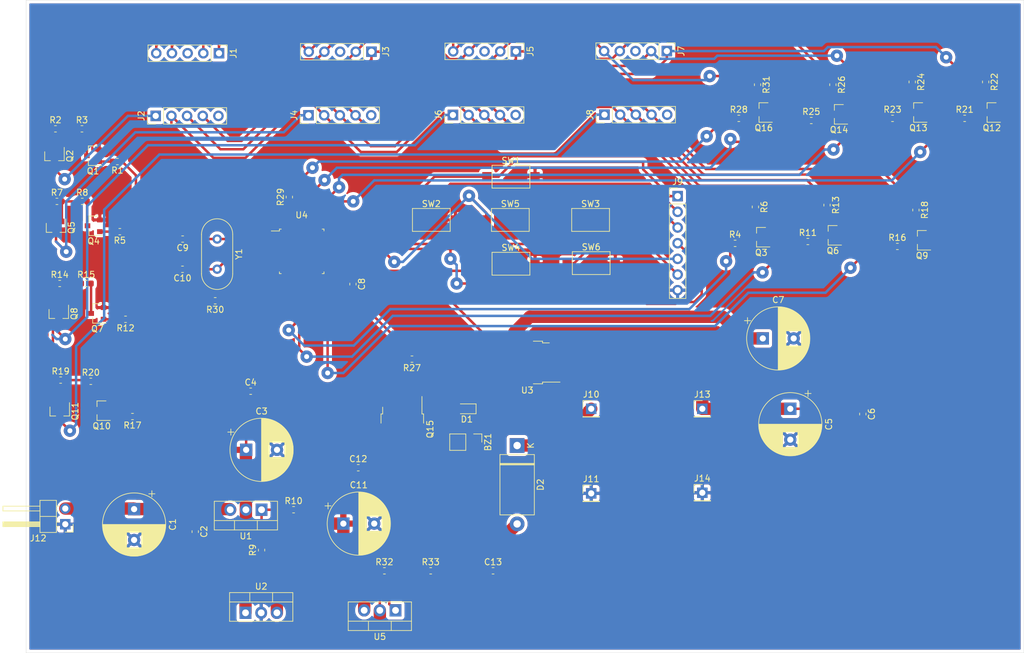
<source format=kicad_pcb>
(kicad_pcb (version 20171130) (host pcbnew 5.1.4-1.fc30)
  (layers (0 F.Cu signal) (31 B.Cu signal) (34 B.Paste user) (35 F.Paste user) (36 B.SilkS user) (37 F.SilkS user) (38 B.Mask user) (39 F.Mask user) (44 Edge.Cuts user))
  (net 0 "")
  (net 1 +12V)
  (net 2 "Net-(BZ1-Pad2)")
  (net 3 +24V)
  (net 4 GND)
  (net 5 +15V)
  (net 6 +3V3)
  (net 7 "Net-(C9-Pad1)")
  (net 8 "Net-(C10-Pad1)")
  (net 9 "Net-(J1-Pad5)")
  (net 10 "Net-(J1-Pad4)")
  (net 11 "Net-(J1-Pad3)")
  (net 12 "Net-(J1-Pad2)")
  (net 13 "Net-(J1-Pad1)")
  (net 14 "Net-(J2-Pad1)")
  (net 15 "Net-(J2-Pad2)")
  (net 16 "Net-(J2-Pad3)")
  (net 17 "Net-(J2-Pad4)")
  (net 18 "Net-(J2-Pad5)")
  (net 19 "Net-(J3-Pad3)")
  (net 20 "Net-(J4-Pad1)")
  (net 21 "Net-(J4-Pad5)")
  (net 22 "Net-(J5-Pad3)")
  (net 23 "Net-(J6-Pad5)")
  (net 24 "Net-(J6-Pad1)")
  (net 25 "Net-(J7-Pad3)")
  (net 26 "Net-(J8-Pad1)")
  (net 27 "Net-(J8-Pad5)")
  (net 28 BUTTON_UP)
  (net 29 BUTTON_LEFT)
  (net 30 BUTTON_RIGHT)
  (net 31 BUTTON_DOWN)
  (net 32 BUTTON_ENTER)
  (net 33 BUTTON_BACK)
  (net 34 "Net-(Q1-Pad1)")
  (net 35 "Net-(Q3-Pad1)")
  (net 36 "Net-(Q4-Pad1)")
  (net 37 "Net-(Q6-Pad1)")
  (net 38 "Net-(Q7-Pad1)")
  (net 39 "Net-(Q9-Pad1)")
  (net 40 "Net-(Q10-Pad1)")
  (net 41 "Net-(Q12-Pad1)")
  (net 42 "Net-(Q13-Pad1)")
  (net 43 "Net-(Q14-Pad1)")
  (net 44 BELL)
  (net 45 "Net-(Q16-Pad1)")
  (net 46 D1)
  (net 47 SE)
  (net 48 D2)
  (net 49 "Net-(R10-Pad1)")
  (net 50 SD)
  (net 51 D3)
  (net 52 SC)
  (net 53 D4)
  (net 54 SB)
  (net 55 SA)
  (net 56 SF)
  (net 57 SG)
  (net 58 "Net-(R29-Pad1)")
  (net 59 "Net-(R30-Pad2)")
  (net 60 "Net-(U4-Pad10)")
  (net 61 SP)
  (net 62 "Net-(U4-Pad18)")
  (net 63 "Net-(U4-Pad29)")
  (net 64 "Net-(U4-Pad30)")
  (net 65 "Net-(BT1-Pad1)")
  (net 66 "Net-(C13-Pad1)")
  (net 67 "Net-(D2-Pad1)")
  (net 68 "Net-(R32-Pad2)")
  (net 69 "Net-(Q1-Pad3)")
  (net 70 "Net-(Q2-Pad1)")
  (net 71 "Net-(Q3-Pad3)")
  (net 72 "Net-(Q4-Pad3)")
  (net 73 "Net-(Q5-Pad1)")
  (net 74 "Net-(Q6-Pad3)")
  (net 75 "Net-(Q7-Pad3)")
  (net 76 "Net-(Q8-Pad1)")
  (net 77 "Net-(Q9-Pad3)")
  (net 78 "Net-(Q10-Pad3)")
  (net 79 "Net-(Q11-Pad1)")
  (net 80 "Net-(Q12-Pad3)")
  (net 81 "Net-(Q13-Pad3)")
  (net 82 "Net-(Q14-Pad3)")
  (net 83 "Net-(Q16-Pad3)")
  (module Connector_PinHeader_2.54mm:PinHeader_1x05_P2.54mm_Vertical (layer F.Cu) (at 56.15 20.6 270)
    (fp_text reference J1 (at 0 -2.33 90) (layer F.SilkS))
    (fp_text value Conn_01x05_Female)
    (pad 5 thru_hole oval (at 0 10.16 270) (size 1.7 1.7) (drill 1) (layers *.Cu *.Mask) (net 9 "Net-(J1-Pad5)"))
    (pad 4 thru_hole oval (at 0 7.62 270) (size 1.7 1.7) (drill 1) (layers *.Cu *.Mask) (net 10 "Net-(J1-Pad4)"))
    (pad 3 thru_hole oval (at 0 5.08 270) (size 1.7 1.7) (drill 1) (layers *.Cu *.Mask) (net 11 "Net-(J1-Pad3)"))
    (pad 2 thru_hole oval (at 0 2.54 270) (size 1.7 1.7) (drill 1) (layers *.Cu *.Mask) (net 12 "Net-(J1-Pad2)"))
    (pad 1 thru_hole rect (at 0 0 270) (size 1.7 1.7) (drill 1) (layers *.Cu *.Mask) (net 13 "Net-(J1-Pad1)"))
  )
  (module Connector_PinHeader_2.54mm:PinHeader_1x02_P2.54mm_Vertical (layer F.Cu) (at 97.4 83.6 270)
    (fp_text reference BZ1 (at 0 -2.33 90) (layer F.SilkS))
    (fp_text value BELL)
    (pad 1 smd trapezoid (at 0 0 270) (size 1.7 1.7) (layers F.Cu F.Paste F.Mask) (net 1 +12V))
    (pad 2 smd rect (at 0 2.54 270) (size 1.7 1.7) (layers F.Cu F.Paste F.Mask) (net 2 "Net-(BZ1-Pad2)"))
  )
  (module Capacitor_THT:CP_Radial_D10.0mm_P5.00mm (layer F.Cu) (at 42.4 94.45 270)
    (fp_text reference C1 (at 2.5 -6.25 90) (layer F.SilkS))
    (fp_text value 10u)
    (pad 1 thru_hole rect (at 0 0 270) (size 2 2) (drill 1) (layers *.Cu *.Mask) (net 3 +24V))
    (pad 2 thru_hole circle (at 5 0 270) (size 2 2) (drill 1) (layers *.Cu *.Mask) (net 4 GND))
  )
  (module Capacitor_SMD:C_0603_1608Metric (layer F.Cu) (at 52.3 98.1 270)
    (fp_text reference C2 (at 0 -1.43 90) (layer F.SilkS))
    (fp_text value 100n)
    (pad 2 smd roundrect (at 0.7875 0 270) (size 0.875 0.95) (layers F.Cu F.Paste F.Mask) (net 4 GND))
    (pad 1 smd roundrect (at -0.7875 0 270) (size 0.875 0.95) (layers F.Cu F.Paste F.Mask) (net 3 +24V))
  )
  (module Capacitor_THT:CP_Radial_D10.0mm_P5.00mm (layer F.Cu) (at 60.55 84.85)
    (fp_text reference C3 (at 2.5 -6.25) (layer F.SilkS))
    (fp_text value 10u)
    (pad 2 thru_hole circle (at 5 0) (size 2 2) (drill 1) (layers *.Cu *.Mask) (net 4 GND))
    (pad 1 thru_hole rect (at 0 0) (size 2 2) (drill 1) (layers *.Cu *.Mask) (net 5 +15V))
  )
  (module Capacitor_SMD:C_0603_1608Metric (layer F.Cu) (at 61.2875 75.35)
    (fp_text reference C4 (at 0 -1.43) (layer F.SilkS))
    (fp_text value 100n)
    (pad 2 smd roundrect (at 0.7875 0) (size 0.875 0.95) (layers F.Cu F.Paste F.Mask) (net 4 GND))
    (pad 1 smd roundrect (at -0.7875 0) (size 0.875 0.95) (layers F.Cu F.Paste F.Mask) (net 5 +15V))
  )
  (module Capacitor_THT:CP_Radial_D10.0mm_P5.00mm (layer F.Cu) (at 148.7 78.2 270)
    (fp_text reference C5 (at 2.5 -6.25 90) (layer F.SilkS))
    (fp_text value 10u)
    (pad 1 thru_hole rect (at 0 0 270) (size 2 2) (drill 1) (layers *.Cu *.Mask) (net 65 "Net-(BT1-Pad1)"))
    (pad 2 thru_hole circle (at 5 0 270) (size 2 2) (drill 1) (layers *.Cu *.Mask) (net 4 GND))
  )
  (module Capacitor_SMD:C_0603_1608Metric (layer F.Cu) (at 160.45 79.05 270)
    (fp_text reference C6 (at 0 -1.43 90) (layer F.SilkS))
    (fp_text value 100n)
    (pad 1 smd roundrect (at -0.7875 0 270) (size 0.875 0.95) (layers F.Cu F.Paste F.Mask) (net 65 "Net-(BT1-Pad1)"))
    (pad 2 smd roundrect (at 0.7875 0 270) (size 0.875 0.95) (layers F.Cu F.Paste F.Mask) (net 4 GND))
  )
  (module Capacitor_THT:CP_Radial_D10.0mm_P5.00mm (layer F.Cu) (at 144.25 66.8)
    (fp_text reference C7 (at 2.5 -6.25) (layer F.SilkS))
    (fp_text value 10u)
    (pad 2 thru_hole circle (at 5 0) (size 2 2) (drill 1) (layers *.Cu *.Mask) (net 4 GND))
    (pad 1 thru_hole rect (at 0 0) (size 2 2) (drill 1) (layers *.Cu *.Mask) (net 6 +3V3))
  )
  (module Capacitor_SMD:C_0603_1608Metric (layer F.Cu) (at 77.85 58 270)
    (fp_text reference C8 (at 0 -1.43 90) (layer F.SilkS))
    (fp_text value 100n)
    (pad 2 smd roundrect (at 0.7875 0 270) (size 0.875 0.95) (layers F.Cu F.Paste F.Mask) (net 4 GND))
    (pad 1 smd roundrect (at -0.7875 0 270) (size 0.875 0.95) (layers F.Cu F.Paste F.Mask) (net 6 +3V3))
  )
  (module Capacitor_SMD:C_0603_1608Metric (layer F.Cu) (at 50.2625 50.7 180)
    (fp_text reference C9 (at 0 -1.43) (layer F.SilkS))
    (fp_text value 22p)
    (pad 1 smd roundrect (at -0.7875 0 180) (size 0.875 0.95) (layers F.Cu F.Paste F.Mask) (net 7 "Net-(C9-Pad1)"))
    (pad 2 smd roundrect (at 0.7875 0 180) (size 0.875 0.95) (layers F.Cu F.Paste F.Mask) (net 4 GND))
  )
  (module Capacitor_SMD:C_0603_1608Metric (layer F.Cu) (at 50.2375 55.6 180)
    (fp_text reference C10 (at 0 -1.43) (layer F.SilkS))
    (fp_text value 22p)
    (pad 1 smd roundrect (at -0.7875 0 180) (size 0.875 0.95) (layers F.Cu F.Paste F.Mask) (net 8 "Net-(C10-Pad1)"))
    (pad 2 smd roundrect (at 0.7875 0 180) (size 0.875 0.95) (layers F.Cu F.Paste F.Mask) (net 4 GND))
  )
  (module Diode_SMD:D_SOD-110 (layer F.Cu) (at 96.3 78.2 180)
    (fp_text reference D1 (at 0 -1.7) (layer F.SilkS))
    (fp_text value 1n4148)
    (pad 1 smd rect (at -0.95 0 180) (size 0.8 1) (layers F.Cu F.Paste F.Mask) (net 1 +12V))
    (pad 2 smd rect (at 0.95 0 180) (size 0.8 1) (layers F.Cu F.Paste F.Mask) (net 2 "Net-(BZ1-Pad2)"))
  )
  (module Connector_PinHeader_2.54mm:PinHeader_1x05_P2.54mm_Vertical (layer F.Cu) (at 45.9 30.75 90)
    (fp_text reference J2 (at 0 -2.33 90) (layer F.SilkS))
    (fp_text value Digit1)
    (pad 1 thru_hole rect (at 0 0 90) (size 1.7 1.7) (drill 1) (layers *.Cu *.Mask) (net 14 "Net-(J2-Pad1)"))
    (pad 2 thru_hole oval (at 0 2.54 90) (size 1.7 1.7) (drill 1) (layers *.Cu *.Mask) (net 15 "Net-(J2-Pad2)"))
    (pad 3 thru_hole oval (at 0 5.08 90) (size 1.7 1.7) (drill 1) (layers *.Cu *.Mask) (net 16 "Net-(J2-Pad3)"))
    (pad 4 thru_hole oval (at 0 7.62 90) (size 1.7 1.7) (drill 1) (layers *.Cu *.Mask) (net 17 "Net-(J2-Pad4)"))
    (pad 5 thru_hole oval (at 0 10.16 90) (size 1.7 1.7) (drill 1) (layers *.Cu *.Mask) (net 18 "Net-(J2-Pad5)"))
  )
  (module Connector_PinHeader_2.54mm:PinHeader_1x05_P2.54mm_Vertical (layer F.Cu) (at 80.85 20.35 270)
    (fp_text reference J3 (at 0 -2.33 90) (layer F.SilkS))
    (fp_text value Conn_01x05_Female)
    (pad 5 thru_hole oval (at 0 10.16 270) (size 1.7 1.7) (drill 1) (layers *.Cu *.Mask) (net 9 "Net-(J1-Pad5)"))
    (pad 4 thru_hole oval (at 0 7.62 270) (size 1.7 1.7) (drill 1) (layers *.Cu *.Mask) (net 10 "Net-(J1-Pad4)"))
    (pad 3 thru_hole oval (at 0 5.08 270) (size 1.7 1.7) (drill 1) (layers *.Cu *.Mask) (net 19 "Net-(J3-Pad3)"))
    (pad 2 thru_hole oval (at 0 2.54 270) (size 1.7 1.7) (drill 1) (layers *.Cu *.Mask) (net 12 "Net-(J1-Pad2)"))
    (pad 1 thru_hole rect (at 0 0 270) (size 1.7 1.7) (drill 1) (layers *.Cu *.Mask) (net 13 "Net-(J1-Pad1)"))
  )
  (module Connector_PinHeader_2.54mm:PinHeader_1x05_P2.54mm_Vertical (layer F.Cu) (at 70.65 30.65 90)
    (fp_text reference J4 (at 0 -2.33 90) (layer F.SilkS))
    (fp_text value Digit2)
    (pad 1 thru_hole rect (at 0 0 90) (size 1.7 1.7) (drill 1) (layers *.Cu *.Mask) (net 20 "Net-(J4-Pad1)"))
    (pad 2 thru_hole oval (at 0 2.54 90) (size 1.7 1.7) (drill 1) (layers *.Cu *.Mask) (net 15 "Net-(J2-Pad2)"))
    (pad 3 thru_hole oval (at 0 5.08 90) (size 1.7 1.7) (drill 1) (layers *.Cu *.Mask) (net 16 "Net-(J2-Pad3)"))
    (pad 4 thru_hole oval (at 0 7.62 90) (size 1.7 1.7) (drill 1) (layers *.Cu *.Mask) (net 17 "Net-(J2-Pad4)"))
    (pad 5 thru_hole oval (at 0 10.16 90) (size 1.7 1.7) (drill 1) (layers *.Cu *.Mask) (net 21 "Net-(J4-Pad5)"))
  )
  (module Connector_PinHeader_2.54mm:PinHeader_1x05_P2.54mm_Vertical (layer F.Cu) (at 104.25 20.3 270)
    (fp_text reference J5 (at 0 -2.33 90) (layer F.SilkS))
    (fp_text value Conn_01x05_Female)
    (pad 5 thru_hole oval (at 0 10.16 270) (size 1.7 1.7) (drill 1) (layers *.Cu *.Mask) (net 9 "Net-(J1-Pad5)"))
    (pad 4 thru_hole oval (at 0 7.62 270) (size 1.7 1.7) (drill 1) (layers *.Cu *.Mask) (net 10 "Net-(J1-Pad4)"))
    (pad 3 thru_hole oval (at 0 5.08 270) (size 1.7 1.7) (drill 1) (layers *.Cu *.Mask) (net 22 "Net-(J5-Pad3)"))
    (pad 2 thru_hole oval (at 0 2.54 270) (size 1.7 1.7) (drill 1) (layers *.Cu *.Mask) (net 12 "Net-(J1-Pad2)"))
    (pad 1 thru_hole rect (at 0 0 270) (size 1.7 1.7) (drill 1) (layers *.Cu *.Mask) (net 13 "Net-(J1-Pad1)"))
  )
  (module Connector_PinHeader_2.54mm:PinHeader_1x05_P2.54mm_Vertical (layer F.Cu) (at 94.05 30.6 90)
    (fp_text reference J6 (at 0 -2.33 90) (layer F.SilkS))
    (fp_text value Digit3)
    (pad 5 thru_hole oval (at 0 10.16 90) (size 1.7 1.7) (drill 1) (layers *.Cu *.Mask) (net 23 "Net-(J6-Pad5)"))
    (pad 4 thru_hole oval (at 0 7.62 90) (size 1.7 1.7) (drill 1) (layers *.Cu *.Mask) (net 17 "Net-(J2-Pad4)"))
    (pad 3 thru_hole oval (at 0 5.08 90) (size 1.7 1.7) (drill 1) (layers *.Cu *.Mask) (net 16 "Net-(J2-Pad3)"))
    (pad 2 thru_hole oval (at 0 2.54 90) (size 1.7 1.7) (drill 1) (layers *.Cu *.Mask) (net 15 "Net-(J2-Pad2)"))
    (pad 1 thru_hole rect (at 0 0 90) (size 1.7 1.7) (drill 1) (layers *.Cu *.Mask) (net 24 "Net-(J6-Pad1)"))
  )
  (module Connector_PinHeader_2.54mm:PinHeader_1x05_P2.54mm_Vertical (layer F.Cu) (at 128.7 20.25 270)
    (fp_text reference J7 (at 0 -2.33 90) (layer F.SilkS))
    (fp_text value Conn_01x05_Female)
    (pad 1 thru_hole rect (at 0 0 270) (size 1.7 1.7) (drill 1) (layers *.Cu *.Mask) (net 13 "Net-(J1-Pad1)"))
    (pad 2 thru_hole oval (at 0 2.54 270) (size 1.7 1.7) (drill 1) (layers *.Cu *.Mask) (net 12 "Net-(J1-Pad2)"))
    (pad 3 thru_hole oval (at 0 5.08 270) (size 1.7 1.7) (drill 1) (layers *.Cu *.Mask) (net 25 "Net-(J7-Pad3)"))
    (pad 4 thru_hole oval (at 0 7.62 270) (size 1.7 1.7) (drill 1) (layers *.Cu *.Mask) (net 10 "Net-(J1-Pad4)"))
    (pad 5 thru_hole oval (at 0 10.16 270) (size 1.7 1.7) (drill 1) (layers *.Cu *.Mask) (net 9 "Net-(J1-Pad5)"))
  )
  (module Connector_PinHeader_2.54mm:PinHeader_1x05_P2.54mm_Vertical (layer F.Cu) (at 118.6 30.55 90)
    (fp_text reference J8 (at 0 -2.33 90) (layer F.SilkS))
    (fp_text value Digit4)
    (pad 1 thru_hole rect (at 0 0 90) (size 1.7 1.7) (drill 1) (layers *.Cu *.Mask) (net 26 "Net-(J8-Pad1)"))
    (pad 2 thru_hole oval (at 0 2.54 90) (size 1.7 1.7) (drill 1) (layers *.Cu *.Mask) (net 15 "Net-(J2-Pad2)"))
    (pad 3 thru_hole oval (at 0 5.08 90) (size 1.7 1.7) (drill 1) (layers *.Cu *.Mask) (net 16 "Net-(J2-Pad3)"))
    (pad 4 thru_hole oval (at 0 7.62 90) (size 1.7 1.7) (drill 1) (layers *.Cu *.Mask) (net 17 "Net-(J2-Pad4)"))
    (pad 5 thru_hole oval (at 0 10.16 90) (size 1.7 1.7) (drill 1) (layers *.Cu *.Mask) (net 27 "Net-(J8-Pad5)"))
  )
  (module Connector_PinHeader_2.54mm:PinHeader_1x07_P2.54mm_Vertical (layer F.Cu) (at 130.45 43.75)
    (fp_text reference J9 (at 0 -2.33) (layer F.SilkS))
    (fp_text value PILOT)
    (pad 1 thru_hole rect (at 0 0) (size 1.7 1.7) (drill 1) (layers *.Cu *.Mask) (net 28 BUTTON_UP))
    (pad 2 thru_hole oval (at 0 2.54) (size 1.7 1.7) (drill 1) (layers *.Cu *.Mask) (net 29 BUTTON_LEFT))
    (pad 3 thru_hole oval (at 0 5.08) (size 1.7 1.7) (drill 1) (layers *.Cu *.Mask) (net 30 BUTTON_RIGHT))
    (pad 4 thru_hole oval (at 0 7.62) (size 1.7 1.7) (drill 1) (layers *.Cu *.Mask) (net 31 BUTTON_DOWN))
    (pad 5 thru_hole oval (at 0 10.16) (size 1.7 1.7) (drill 1) (layers *.Cu *.Mask) (net 32 BUTTON_ENTER))
    (pad 6 thru_hole oval (at 0 12.7) (size 1.7 1.7) (drill 1) (layers *.Cu *.Mask) (net 33 BUTTON_BACK))
    (pad 7 thru_hole oval (at 0 15.24) (size 1.7 1.7) (drill 1) (layers *.Cu *.Mask) (net 4 GND))
  )
  (module Resistor_SMD:R_0603_1608Metric (layer F.Cu) (at 39.6875 38.15 180)
    (fp_text reference R1 (at 0 -1.43) (layer F.SilkS))
    (fp_text value 1k)
    (pad 1 smd roundrect (at -0.7875 0 180) (size 0.875 0.95) (layers F.Cu F.Paste F.Mask) (net 46 D1))
    (pad 2 smd roundrect (at 0.7875 0 180) (size 0.875 0.95) (layers F.Cu F.Paste F.Mask) (net 34 "Net-(Q1-Pad1)"))
  )
  (module Resistor_SMD:R_0603_1608Metric (layer F.Cu) (at 29.6625 32.85)
    (fp_text reference R2 (at 0 -1.43) (layer F.SilkS))
    (fp_text value 1k)
    (pad 2 smd roundrect (at 0.7875 0) (size 0.875 0.95) (layers F.Cu F.Paste F.Mask) (net 70 "Net-(Q2-Pad1)"))
    (pad 1 smd roundrect (at -0.7875 0) (size 0.875 0.95) (layers F.Cu F.Paste F.Mask) (net 5 +15V))
  )
  (module Resistor_SMD:R_0603_1608Metric (layer F.Cu) (at 33.95 32.85)
    (fp_text reference R3 (at 0 -1.43) (layer F.SilkS))
    (fp_text value 10k)
    (pad 2 smd roundrect (at 0.7875 0) (size 0.875 0.95) (layers F.Cu F.Paste F.Mask) (net 69 "Net-(Q1-Pad3)"))
    (pad 1 smd roundrect (at -0.7875 0) (size 0.875 0.95) (layers F.Cu F.Paste F.Mask) (net 70 "Net-(Q2-Pad1)"))
  )
  (module Resistor_SMD:R_0603_1608Metric (layer F.Cu) (at 139.7625 51.4)
    (fp_text reference R4 (at 0 -1.43) (layer F.SilkS))
    (fp_text value 1k)
    (pad 1 smd roundrect (at -0.7875 0) (size 0.875 0.95) (layers F.Cu F.Paste F.Mask) (net 47 SE))
    (pad 2 smd roundrect (at 0.7875 0) (size 0.875 0.95) (layers F.Cu F.Paste F.Mask) (net 35 "Net-(Q3-Pad1)"))
  )
  (module Resistor_SMD:R_0603_1608Metric (layer F.Cu) (at 40.0875 49.5 180)
    (fp_text reference R5 (at 0 -1.43) (layer F.SilkS))
    (fp_text value 1k)
    (pad 2 smd roundrect (at 0.7875 0 180) (size 0.875 0.95) (layers F.Cu F.Paste F.Mask) (net 36 "Net-(Q4-Pad1)"))
    (pad 1 smd roundrect (at -0.7875 0 180) (size 0.875 0.95) (layers F.Cu F.Paste F.Mask) (net 48 D2))
  )
  (module Resistor_SMD:R_0603_1608Metric (layer F.Cu) (at 143.05 45.5 270)
    (fp_text reference R6 (at 0 -1.43 90) (layer F.SilkS))
    (fp_text value 100R)
    (pad 1 smd roundrect (at -0.7875 0 270) (size 0.875 0.95) (layers F.Cu F.Paste F.Mask) (net 15 "Net-(J2-Pad2)"))
    (pad 2 smd roundrect (at 0.7875 0 270) (size 0.875 0.95) (layers F.Cu F.Paste F.Mask) (net 71 "Net-(Q3-Pad3)"))
  )
  (module Resistor_SMD:R_0603_1608Metric (layer F.Cu) (at 29.9 44.6)
    (fp_text reference R7 (at 0 -1.43) (layer F.SilkS))
    (fp_text value 1k)
    (pad 2 smd roundrect (at 0.7875 0) (size 0.875 0.95) (layers F.Cu F.Paste F.Mask) (net 73 "Net-(Q5-Pad1)"))
    (pad 1 smd roundrect (at -0.7875 0) (size 0.875 0.95) (layers F.Cu F.Paste F.Mask) (net 5 +15V))
  )
  (module Resistor_SMD:R_0603_1608Metric (layer F.Cu) (at 34 44.6)
    (fp_text reference R8 (at 0 -1.43) (layer F.SilkS))
    (fp_text value 10k)
    (pad 1 smd roundrect (at -0.7875 0) (size 0.875 0.95) (layers F.Cu F.Paste F.Mask) (net 73 "Net-(Q5-Pad1)"))
    (pad 2 smd roundrect (at 0.7875 0) (size 0.875 0.95) (layers F.Cu F.Paste F.Mask) (net 72 "Net-(Q4-Pad3)"))
  )
  (module Resistor_SMD:R_0603_1608Metric (layer F.Cu) (at 63.05 101.0875 90)
    (fp_text reference R9 (at 0 -1.43 90) (layer F.SilkS))
    (fp_text value 1k)
    (pad 1 smd roundrect (at -0.7875 0 90) (size 0.875 0.95) (layers F.Cu F.Paste F.Mask) (net 5 +15V))
    (pad 2 smd roundrect (at 0.7875 0 90) (size 0.875 0.95) (layers F.Cu F.Paste F.Mask) (net 49 "Net-(R10-Pad1)"))
  )
  (module Resistor_SMD:R_0603_1608Metric (layer F.Cu) (at 68.2375 94.55)
    (fp_text reference R10 (at 0 -1.43) (layer F.SilkS))
    (fp_text value 13k)
    (pad 2 smd roundrect (at 0.7875 0) (size 0.875 0.95) (layers F.Cu F.Paste F.Mask) (net 4 GND))
    (pad 1 smd roundrect (at -0.7875 0) (size 0.875 0.95) (layers F.Cu F.Paste F.Mask) (net 49 "Net-(R10-Pad1)"))
  )
  (module Resistor_SMD:R_0603_1608Metric (layer F.Cu) (at 151.55 51.1)
    (fp_text reference R11 (at 0 -1.43) (layer F.SilkS))
    (fp_text value 1k)
    (pad 2 smd roundrect (at 0.7875 0) (size 0.875 0.95) (layers F.Cu F.Paste F.Mask) (net 37 "Net-(Q6-Pad1)"))
    (pad 1 smd roundrect (at -0.7875 0) (size 0.875 0.95) (layers F.Cu F.Paste F.Mask) (net 50 SD))
  )
  (module Resistor_SMD:R_0603_1608Metric (layer F.Cu) (at 41.0125 63.7 180)
    (fp_text reference R12 (at 0 -1.43) (layer F.SilkS))
    (fp_text value 1k)
    (pad 1 smd roundrect (at -0.7875 0 180) (size 0.875 0.95) (layers F.Cu F.Paste F.Mask) (net 51 D3))
    (pad 2 smd roundrect (at 0.7875 0 180) (size 0.875 0.95) (layers F.Cu F.Paste F.Mask) (net 38 "Net-(Q7-Pad1)"))
  )
  (module Resistor_SMD:R_0603_1608Metric (layer F.Cu) (at 154.65 45.2 270)
    (fp_text reference R13 (at 0 -1.43 90) (layer F.SilkS))
    (fp_text value 100R)
    (pad 1 smd roundrect (at -0.7875 0 270) (size 0.875 0.95) (layers F.Cu F.Paste F.Mask) (net 16 "Net-(J2-Pad3)"))
    (pad 2 smd roundrect (at 0.7875 0 270) (size 0.875 0.95) (layers F.Cu F.Paste F.Mask) (net 74 "Net-(Q6-Pad3)"))
  )
  (module Resistor_SMD:R_0603_1608Metric (layer F.Cu) (at 30.35 57.9)
    (fp_text reference R14 (at 0 -1.43) (layer F.SilkS))
    (fp_text value 1k)
    (pad 2 smd roundrect (at 0.7875 0) (size 0.875 0.95) (layers F.Cu F.Paste F.Mask) (net 76 "Net-(Q8-Pad1)"))
    (pad 1 smd roundrect (at -0.7875 0) (size 0.875 0.95) (layers F.Cu F.Paste F.Mask) (net 5 +15V))
  )
  (module Resistor_SMD:R_0603_1608Metric (layer F.Cu) (at 34.6375 57.9)
    (fp_text reference R15 (at 0 -1.43) (layer F.SilkS))
    (fp_text value 10k)
    (pad 2 smd roundrect (at 0.7875 0) (size 0.875 0.95) (layers F.Cu F.Paste F.Mask) (net 75 "Net-(Q7-Pad3)"))
    (pad 1 smd roundrect (at -0.7875 0) (size 0.875 0.95) (layers F.Cu F.Paste F.Mask) (net 76 "Net-(Q8-Pad1)"))
  )
  (module Resistor_SMD:R_0603_1608Metric (layer F.Cu) (at 166.05 51.9)
    (fp_text reference R16 (at 0 -1.43) (layer F.SilkS))
    (fp_text value 1k)
    (pad 1 smd roundrect (at -0.7875 0) (size 0.875 0.95) (layers F.Cu F.Paste F.Mask) (net 52 SC))
    (pad 2 smd roundrect (at 0.7875 0) (size 0.875 0.95) (layers F.Cu F.Paste F.Mask) (net 39 "Net-(Q9-Pad1)"))
  )
  (module Resistor_SMD:R_0603_1608Metric (layer F.Cu) (at 42.1375 79.45 180)
    (fp_text reference R17 (at 0 -1.43) (layer F.SilkS))
    (fp_text value 1k)
    (pad 2 smd roundrect (at 0.7875 0 180) (size 0.875 0.95) (layers F.Cu F.Paste F.Mask) (net 40 "Net-(Q10-Pad1)"))
    (pad 1 smd roundrect (at -0.7875 0 180) (size 0.875 0.95) (layers F.Cu F.Paste F.Mask) (net 53 D4))
  )
  (module Resistor_SMD:R_0603_1608Metric (layer F.Cu) (at 169.05 46 270)
    (fp_text reference R18 (at 0 -1.43 90) (layer F.SilkS))
    (fp_text value 100R)
    (pad 1 smd roundrect (at -0.7875 0 270) (size 0.875 0.95) (layers F.Cu F.Paste F.Mask) (net 17 "Net-(J2-Pad4)"))
    (pad 2 smd roundrect (at 0.7875 0 270) (size 0.875 0.95) (layers F.Cu F.Paste F.Mask) (net 77 "Net-(Q9-Pad3)"))
  )
  (module Resistor_SMD:R_0603_1608Metric (layer F.Cu) (at 30.5 73.55)
    (fp_text reference R19 (at 0 -1.43) (layer F.SilkS))
    (fp_text value 1k)
    (pad 2 smd roundrect (at 0.7875 0) (size 0.875 0.95) (layers F.Cu F.Paste F.Mask) (net 79 "Net-(Q11-Pad1)"))
    (pad 1 smd roundrect (at -0.7875 0) (size 0.875 0.95) (layers F.Cu F.Paste F.Mask) (net 5 +15V))
  )
  (module Resistor_SMD:R_0603_1608Metric (layer F.Cu) (at 35.3875 73.75)
    (fp_text reference R20 (at 0 -1.43) (layer F.SilkS))
    (fp_text value 10k)
    (pad 1 smd roundrect (at -0.7875 0) (size 0.875 0.95) (layers F.Cu F.Paste F.Mask) (net 79 "Net-(Q11-Pad1)"))
    (pad 2 smd roundrect (at 0.7875 0) (size 0.875 0.95) (layers F.Cu F.Paste F.Mask) (net 78 "Net-(Q10-Pad3)"))
  )
  (module Resistor_SMD:R_0603_1608Metric (layer F.Cu) (at 176.95 31.15)
    (fp_text reference R21 (at 0 -1.43) (layer F.SilkS))
    (fp_text value 1k)
    (pad 2 smd roundrect (at 0.7875 0) (size 0.875 0.95) (layers F.Cu F.Paste F.Mask) (net 41 "Net-(Q12-Pad1)"))
    (pad 1 smd roundrect (at -0.7875 0) (size 0.875 0.95) (layers F.Cu F.Paste F.Mask) (net 54 SB))
  )
  (module Resistor_SMD:R_0603_1608Metric (layer F.Cu) (at 180.35 25.25 270)
    (fp_text reference R22 (at 0 -1.43 90) (layer F.SilkS))
    (fp_text value 100R)
    (pad 1 smd roundrect (at -0.7875 0 270) (size 0.875 0.95) (layers F.Cu F.Paste F.Mask) (net 13 "Net-(J1-Pad1)"))
    (pad 2 smd roundrect (at 0.7875 0 270) (size 0.875 0.95) (layers F.Cu F.Paste F.Mask) (net 80 "Net-(Q12-Pad3)"))
  )
  (module Resistor_SMD:R_0603_1608Metric (layer F.Cu) (at 165.2625 31.15)
    (fp_text reference R23 (at 0 -1.43) (layer F.SilkS))
    (fp_text value 1k)
    (pad 1 smd roundrect (at -0.7875 0) (size 0.875 0.95) (layers F.Cu F.Paste F.Mask) (net 55 SA))
    (pad 2 smd roundrect (at 0.7875 0) (size 0.875 0.95) (layers F.Cu F.Paste F.Mask) (net 42 "Net-(Q13-Pad1)"))
  )
  (module Resistor_SMD:R_0603_1608Metric (layer F.Cu) (at 168.45 25.25 270)
    (fp_text reference R24 (at 0 -1.43 90) (layer F.SilkS))
    (fp_text value 100R)
    (pad 1 smd roundrect (at -0.7875 0 270) (size 0.875 0.95) (layers F.Cu F.Paste F.Mask) (net 12 "Net-(J1-Pad2)"))
    (pad 2 smd roundrect (at 0.7875 0 270) (size 0.875 0.95) (layers F.Cu F.Paste F.Mask) (net 81 "Net-(Q13-Pad3)"))
  )
  (module Resistor_SMD:R_0603_1608Metric (layer F.Cu) (at 152.1 31.5)
    (fp_text reference R25 (at 0 -1.43) (layer F.SilkS))
    (fp_text value 1k)
    (pad 2 smd roundrect (at 0.7875 0) (size 0.875 0.95) (layers F.Cu F.Paste F.Mask) (net 43 "Net-(Q14-Pad1)"))
    (pad 1 smd roundrect (at -0.7875 0) (size 0.875 0.95) (layers F.Cu F.Paste F.Mask) (net 56 SF))
  )
  (module Resistor_SMD:R_0603_1608Metric (layer F.Cu) (at 155.6 25.7 270)
    (fp_text reference R26 (at 0 -1.43 90) (layer F.SilkS))
    (fp_text value 100R)
    (pad 1 smd roundrect (at -0.7875 0 270) (size 0.875 0.95) (layers F.Cu F.Paste F.Mask) (net 10 "Net-(J1-Pad4)"))
    (pad 2 smd roundrect (at 0.7875 0 270) (size 0.875 0.95) (layers F.Cu F.Paste F.Mask) (net 82 "Net-(Q14-Pad3)"))
  )
  (module Resistor_SMD:R_0603_1608Metric (layer F.Cu) (at 87.4125 70.15 180)
    (fp_text reference R27 (at 0 -1.43) (layer F.SilkS))
    (fp_text value 10k)
    (pad 2 smd roundrect (at 0.7875 0 180) (size 0.875 0.95) (layers F.Cu F.Paste F.Mask) (net 4 GND))
    (pad 1 smd roundrect (at -0.7875 0 180) (size 0.875 0.95) (layers F.Cu F.Paste F.Mask) (net 44 BELL))
  )
  (module Resistor_SMD:R_0603_1608Metric (layer F.Cu) (at 140.3625 31.15)
    (fp_text reference R28 (at 0 -1.43) (layer F.SilkS))
    (fp_text value 1k)
    (pad 1 smd roundrect (at -0.7875 0) (size 0.875 0.95) (layers F.Cu F.Paste F.Mask) (net 57 SG))
    (pad 2 smd roundrect (at 0.7875 0) (size 0.875 0.95) (layers F.Cu F.Paste F.Mask) (net 45 "Net-(Q16-Pad1)"))
  )
  (module Resistor_SMD:R_0603_1608Metric (layer F.Cu) (at 67.55 43.9 90)
    (fp_text reference R29 (at 0 -1.43 90) (layer F.SilkS))
    (fp_text value 10k)
    (pad 1 smd roundrect (at -0.7875 0 90) (size 0.875 0.95) (layers F.Cu F.Paste F.Mask) (net 58 "Net-(R29-Pad1)"))
    (pad 2 smd roundrect (at 0.7875 0 90) (size 0.875 0.95) (layers F.Cu F.Paste F.Mask) (net 4 GND))
  )
  (module Resistor_SMD:R_0603_1608Metric (layer F.Cu) (at 55.5375 60.7 180)
    (fp_text reference R30 (at 0 -1.43) (layer F.SilkS))
    (fp_text value 10k)
    (pad 2 smd roundrect (at 0.7875 0 180) (size 0.875 0.95) (layers F.Cu F.Paste F.Mask) (net 59 "Net-(R30-Pad2)"))
    (pad 1 smd roundrect (at -0.7875 0 180) (size 0.875 0.95) (layers F.Cu F.Paste F.Mask) (net 6 +3V3))
  )
  (module Resistor_SMD:R_0603_1608Metric (layer F.Cu) (at 143.4 25.7 270)
    (fp_text reference R31 (at 0 -1.43 90) (layer F.SilkS))
    (fp_text value 100R)
    (pad 2 smd roundrect (at 0.7875 0 270) (size 0.875 0.95) (layers F.Cu F.Paste F.Mask) (net 83 "Net-(Q16-Pad3)"))
    (pad 1 smd roundrect (at -0.7875 0 270) (size 0.875 0.95) (layers F.Cu F.Paste F.Mask) (net 9 "Net-(J1-Pad5)"))
  )
  (module Button_Switch_SMD:SW_SPST_CK_RS282G05A3 (layer F.Cu) (at 103.45 40.6)
    (fp_text reference SW1 (at 0 -2.6) (layer F.SilkS))
    (fp_text value UP)
    (pad 2 smd rect (at 3.9 0) (size 1.5 1.5) (layers F.Cu F.Paste F.Mask) (net 4 GND))
    (pad 1 smd rect (at -3.9 0) (size 1.5 1.5) (layers F.Cu F.Paste F.Mask) (net 28 BUTTON_UP))
  )
  (module Button_Switch_SMD:SW_SPST_CK_RS282G05A3 (layer F.Cu) (at 90.55 47.6)
    (fp_text reference SW2 (at 0 -2.6) (layer F.SilkS))
    (fp_text value LEFT)
    (pad 1 smd rect (at -3.9 0) (size 1.5 1.5) (layers F.Cu F.Paste F.Mask) (net 29 BUTTON_LEFT))
    (pad 2 smd rect (at 3.9 0) (size 1.5 1.5) (layers F.Cu F.Paste F.Mask) (net 4 GND))
  )
  (module Button_Switch_SMD:SW_SPST_CK_RS282G05A3 (layer F.Cu) (at 116.35 47.6)
    (fp_text reference SW3 (at 0 -2.6) (layer F.SilkS))
    (fp_text value RIGHT)
    (pad 2 smd rect (at 3.9 0) (size 1.5 1.5) (layers F.Cu F.Paste F.Mask) (net 4 GND))
    (pad 1 smd rect (at -3.9 0) (size 1.5 1.5) (layers F.Cu F.Paste F.Mask) (net 30 BUTTON_RIGHT))
  )
  (module Button_Switch_SMD:SW_SPST_CK_RS282G05A3 (layer F.Cu) (at 103.45 54.7)
    (fp_text reference SW4 (at 0 -2.6) (layer F.SilkS))
    (fp_text value DOWN)
    (pad 1 smd rect (at -3.9 0) (size 1.5 1.5) (layers F.Cu F.Paste F.Mask) (net 31 BUTTON_DOWN))
    (pad 2 smd rect (at 3.9 0) (size 1.5 1.5) (layers F.Cu F.Paste F.Mask) (net 4 GND))
  )
  (module Button_Switch_SMD:SW_SPST_CK_RS282G05A3 (layer F.Cu) (at 103.35 47.6)
    (fp_text reference SW5 (at 0 -2.6) (layer F.SilkS))
    (fp_text value ENTER)
    (pad 2 smd rect (at 3.9 0) (size 1.5 1.5) (layers F.Cu F.Paste F.Mask) (net 4 GND))
    (pad 1 smd rect (at -3.9 0) (size 1.5 1.5) (layers F.Cu F.Paste F.Mask) (net 32 BUTTON_ENTER))
  )
  (module Button_Switch_SMD:SW_SPST_CK_RS282G05A3 (layer F.Cu) (at 116.45 54.6)
    (fp_text reference SW6 (at 0 -2.6) (layer F.SilkS))
    (fp_text value BACK)
    (pad 1 smd rect (at -3.9 0) (size 1.5 1.5) (layers F.Cu F.Paste F.Mask) (net 33 BUTTON_BACK))
    (pad 2 smd rect (at 3.9 0) (size 1.5 1.5) (layers F.Cu F.Paste F.Mask) (net 4 GND))
  )
  (module Package_TO_SOT_THT:TO-220-3_Vertical (layer F.Cu) (at 63.05 94.55 180)
    (fp_text reference U1 (at 2.54 -4.27) (layer F.SilkS))
    (fp_text value LM317_3PinPackage)
    (pad 1 thru_hole rect (at 0 0 180) (size 1.905 2) (drill 1.1) (layers *.Cu *.Mask) (net 49 "Net-(R10-Pad1)"))
    (pad 2 thru_hole oval (at 2.54 0 180) (size 1.905 2) (drill 1.1) (layers *.Cu *.Mask) (net 5 +15V))
    (pad 3 thru_hole oval (at 5.08 0 180) (size 1.905 2) (drill 1.1) (layers *.Cu *.Mask) (net 3 +24V))
  )
  (module Package_TO_SOT_THT:TO-220-3_Vertical (layer F.Cu) (at 60.45 111.25)
    (fp_text reference U2 (at 2.54 -4.27) (layer F.SilkS))
    (fp_text value LM7812_TO220)
    (pad 3 thru_hole oval (at 5.08 0) (size 1.905 2) (drill 1.1) (layers *.Cu *.Mask) (net 1 +12V))
    (pad 2 thru_hole oval (at 2.54 0) (size 1.905 2) (drill 1.1) (layers *.Cu *.Mask) (net 4 GND))
    (pad 1 thru_hole rect (at 0 0) (size 1.905 2) (drill 1.1) (layers *.Cu *.Mask) (net 5 +15V))
  )
  (module Package_TO_SOT_SMD:TO-252-2 (layer F.Cu) (at 106.1 70.7 180)
    (fp_text reference U3 (at 0 -4.5) (layer F.SilkS))
    (fp_text value LM1117-3.3)
    (pad 1 smd rect (at -4.2 -2.28 180) (size 2.2 1.2) (layers F.Cu F.Paste F.Mask) (net 4 GND))
    (pad 3 smd rect (at -4.2 2.28 180) (size 2.2 1.2) (layers F.Cu F.Paste F.Mask) (net 65 "Net-(BT1-Pad1)"))
    (pad 2 smd rect (at 2.1 0 180) (size 6.4 5.8) (layers F.Cu F.Mask) (net 6 +3V3))
  )
  (module Package_QFP:LQFP-32_7x7mm_P0.8mm (layer F.Cu) (at 69.55 52.7)
    (fp_text reference U4 (at 0 -5.88) (layer F.SilkS))
    (fp_text value STM32F030K6Tx)
    (pad 1 smd roundrect (at -4.175 -2.8) (size 1.5 0.5) (layers F.Cu F.Paste F.Mask) (net 6 +3V3))
    (pad 2 smd roundrect (at -4.175 -2) (size 1.5 0.5) (layers F.Cu F.Paste F.Mask) (net 7 "Net-(C9-Pad1)"))
    (pad 3 smd roundrect (at -4.175 -1.2) (size 1.5 0.5) (layers F.Cu F.Paste F.Mask) (net 8 "Net-(C10-Pad1)"))
    (pad 4 smd roundrect (at -4.175 -0.4) (size 1.5 0.5) (layers F.Cu F.Paste F.Mask) (net 59 "Net-(R30-Pad2)"))
    (pad 5 smd roundrect (at -4.175 0.4) (size 1.5 0.5) (layers F.Cu F.Paste F.Mask) (net 6 +3V3))
    (pad 6 smd roundrect (at -4.175 1.2) (size 1.5 0.5) (layers F.Cu F.Paste F.Mask) (net 46 D1))
    (pad 7 smd roundrect (at -4.175 2) (size 1.5 0.5) (layers F.Cu F.Paste F.Mask) (net 48 D2))
    (pad 8 smd roundrect (at -4.175 2.8) (size 1.5 0.5) (layers F.Cu F.Paste F.Mask) (net 51 D3))
    (pad 9 smd roundrect (at -2.8 4.175) (size 0.5 1.5) (layers F.Cu F.Paste F.Mask) (net 53 D4))
    (pad 10 smd roundrect (at -2 4.175) (size 0.5 1.5) (layers F.Cu F.Paste F.Mask) (net 60 "Net-(U4-Pad10)"))
    (pad 11 smd roundrect (at -1.2 4.175) (size 0.5 1.5) (layers F.Cu F.Paste F.Mask) (net 47 SE))
    (pad 12 smd roundrect (at -0.4 4.175) (size 0.5 1.5) (layers F.Cu F.Paste F.Mask) (net 50 SD))
    (pad 13 smd roundrect (at 0.4 4.175) (size 0.5 1.5) (layers F.Cu F.Paste F.Mask) (net 52 SC))
    (pad 14 smd roundrect (at 1.2 4.175) (size 0.5 1.5) (layers F.Cu F.Paste F.Mask) (net 61 SP))
    (pad 15 smd roundrect (at 2 4.175) (size 0.5 1.5) (layers F.Cu F.Paste F.Mask) (net 44 BELL))
    (pad 16 smd roundrect (at 2.8 4.175) (size 0.5 1.5) (layers F.Cu F.Paste F.Mask) (net 4 GND))
    (pad 17 smd roundrect (at 4.175 2.8) (size 1.5 0.5) (layers F.Cu F.Paste F.Mask) (net 6 +3V3))
    (pad 18 smd roundrect (at 4.175 2) (size 1.5 0.5) (layers F.Cu F.Paste F.Mask) (net 62 "Net-(U4-Pad18)"))
    (pad 19 smd roundrect (at 4.175 1.2) (size 1.5 0.5) (layers F.Cu F.Paste F.Mask) (net 33 BUTTON_BACK))
    (pad 20 smd roundrect (at 4.175 0.4) (size 1.5 0.5) (layers F.Cu F.Paste F.Mask) (net 32 BUTTON_ENTER))
    (pad 21 smd roundrect (at 4.175 -0.4) (size 1.5 0.5) (layers F.Cu F.Paste F.Mask) (net 31 BUTTON_DOWN))
    (pad 22 smd roundrect (at 4.175 -1.2) (size 1.5 0.5) (layers F.Cu F.Paste F.Mask) (net 30 BUTTON_RIGHT))
    (pad 23 smd roundrect (at 4.175 -2) (size 1.5 0.5) (layers F.Cu F.Paste F.Mask) (net 29 BUTTON_LEFT))
    (pad 24 smd roundrect (at 4.175 -2.8) (size 1.5 0.5) (layers F.Cu F.Paste F.Mask) (net 28 BUTTON_UP))
    (pad 25 smd roundrect (at 2.8 -4.175) (size 0.5 1.5) (layers F.Cu F.Paste F.Mask) (net 54 SB))
    (pad 26 smd roundrect (at 2 -4.175) (size 0.5 1.5) (layers F.Cu F.Paste F.Mask) (net 55 SA))
    (pad 27 smd roundrect (at 1.2 -4.175) (size 0.5 1.5) (layers F.Cu F.Paste F.Mask) (net 56 SF))
    (pad 28 smd roundrect (at 0.4 -4.175) (size 0.5 1.5) (layers F.Cu F.Paste F.Mask) (net 57 SG))
    (pad 29 smd roundrect (at -0.4 -4.175) (size 0.5 1.5) (layers F.Cu F.Paste F.Mask) (net 63 "Net-(U4-Pad29)"))
    (pad 30 smd roundrect (at -1.2 -4.175) (size 0.5 1.5) (layers F.Cu F.Paste F.Mask) (net 64 "Net-(U4-Pad30)"))
    (pad 31 smd roundrect (at -2 -4.175) (size 0.5 1.5) (layers F.Cu F.Paste F.Mask) (net 58 "Net-(R29-Pad1)"))
    (pad 32 smd roundrect (at -2.8 -4.175) (size 0.5 1.5) (layers F.Cu F.Paste F.Mask) (net 4 GND))
  )
  (module Crystal:Crystal_HC49-4H_Vertical (layer F.Cu) (at 55.85 50.7 270)
    (fp_text reference Y1 (at 2.44 -3.525 90) (layer F.SilkS))
    (fp_text value Crystal)
    (pad 1 thru_hole circle (at 0 0 270) (size 1.5 1.5) (drill 0.8) (layers *.Cu *.Mask) (net 7 "Net-(C9-Pad1)"))
    (pad 2 thru_hole circle (at 4.88 0 270) (size 1.5 1.5) (drill 0.8) (layers *.Cu *.Mask) (net 8 "Net-(C10-Pad1)"))
  )
  (module Capacitor_THT:CP_Radial_D10.0mm_P5.00mm (layer F.Cu) (at 76.3 96.8)
    (fp_text reference C11 (at 2.5 -6.25) (layer F.SilkS))
    (fp_text value 10u)
    (pad 1 thru_hole rect (at 0 0) (size 2 2) (drill 1) (layers *.Cu *.Mask) (net 1 +12V))
    (pad 2 thru_hole circle (at 5 0) (size 2 2) (drill 1) (layers *.Cu *.Mask) (net 4 GND))
  )
  (module Capacitor_SMD:C_0603_1608Metric (layer F.Cu) (at 78.7125 87.75)
    (fp_text reference C12 (at 0 -1.43) (layer F.SilkS))
    (fp_text value 100n)
    (pad 1 smd roundrect (at -0.7875 0) (size 0.875 0.95) (layers F.Cu F.Paste F.Mask) (net 1 +12V))
    (pad 2 smd roundrect (at 0.7875 0) (size 0.875 0.95) (layers F.Cu F.Paste F.Mask) (net 4 GND))
  )
  (module Capacitor_SMD:C_0603_1608Metric (layer F.Cu) (at 100.55 104.45)
    (fp_text reference C13 (at 0 -1.43) (layer F.SilkS))
    (fp_text value 100n)
    (pad 2 smd roundrect (at 0.7875 0) (size 0.875 0.95) (layers F.Cu F.Paste F.Mask) (net 4 GND))
    (pad 1 smd roundrect (at -0.7875 0) (size 0.875 0.95) (layers F.Cu F.Paste F.Mask) (net 66 "Net-(C13-Pad1)"))
  )
  (module Diode_THT:D_DO-27_P12.70mm_Horizontal (layer F.Cu) (at 104.45 84.15 270)
    (fp_text reference D2 (at 6.35 -3.785 90) (layer F.SilkS))
    (fp_text value SR540)
    (fp_text user K (at 0 -2.2 90) (layer F.SilkS))
    (pad 1 thru_hole rect (at 0 0 270) (size 2.4 2.4) (drill 1.2) (layers *.Cu *.Mask) (net 67 "Net-(D2-Pad1)"))
    (pad 2 thru_hole oval (at 12.7 0 270) (size 2.4 2.4) (drill 1.2) (layers *.Cu *.Mask) (net 66 "Net-(C13-Pad1)"))
  )
  (module Resistor_SMD:R_0603_1608Metric (layer F.Cu) (at 82.95 104.45)
    (fp_text reference R32 (at 0 -1.43) (layer F.SilkS))
    (fp_text value 1k)
    (pad 2 smd roundrect (at 0.7875 0) (size 0.875 0.95) (layers F.Cu F.Paste F.Mask) (net 68 "Net-(R32-Pad2)"))
    (pad 1 smd roundrect (at -0.7875 0) (size 0.875 0.95) (layers F.Cu F.Paste F.Mask) (net 66 "Net-(C13-Pad1)"))
  )
  (module Resistor_SMD:R_0603_1608Metric (layer F.Cu) (at 90.45 104.45)
    (fp_text reference R33 (at 0 -1.43) (layer F.SilkS))
    (fp_text value 3.4k)
    (pad 1 smd roundrect (at -0.7875 0) (size 0.875 0.95) (layers F.Cu F.Paste F.Mask) (net 68 "Net-(R32-Pad2)"))
    (pad 2 smd roundrect (at 0.7875 0) (size 0.875 0.95) (layers F.Cu F.Paste F.Mask) (net 4 GND))
  )
  (module Package_TO_SOT_THT:TO-220-3_Vertical (layer F.Cu) (at 84.75 110.85 180)
    (fp_text reference U5 (at 2.54 -4.27) (layer F.SilkS))
    (fp_text value LM317_3PinPackage)
    (pad 1 thru_hole rect (at 0 0 180) (size 1.905 2) (drill 1.1) (layers *.Cu *.Mask) (net 68 "Net-(R32-Pad2)"))
    (pad 2 thru_hole oval (at 2.54 0 180) (size 1.905 2) (drill 1.1) (layers *.Cu *.Mask) (net 66 "Net-(C13-Pad1)"))
    (pad 3 thru_hole oval (at 5.08 0 180) (size 1.905 2) (drill 1.1) (layers *.Cu *.Mask) (net 1 +12V))
  )
  (module Connector_PinHeader_2.54mm:PinHeader_1x02_P2.54mm_Horizontal (layer F.Cu) (at 31.25 96.9 180)
    (fp_text reference J12 (at 4.385 -2.27) (layer F.SilkS))
    (fp_text value Vcc)
    (pad 1 thru_hole rect (at 0 0 180) (size 1.7 1.7) (drill 1) (layers *.Cu *.Mask) (net 4 GND))
    (pad 2 thru_hole oval (at 0 2.54 180) (size 1.7 1.7) (drill 1) (layers *.Cu *.Mask) (net 3 +24V))
  )
  (module Connector_PinHeader_2.54mm:PinHeader_1x01_P2.54mm_Vertical (layer F.Cu) (at 116.45 78.2)
    (fp_text reference J10 (at 0 -2.33) (layer F.SilkS))
    (fp_text value CHIN+)
    (pad 1 thru_hole rect (at 0 0) (size 1.7 1.7) (drill 1) (layers *.Cu *.Mask) (net 67 "Net-(D2-Pad1)"))
  )
  (module Connector_PinHeader_2.54mm:PinHeader_1x01_P2.54mm_Vertical (layer F.Cu) (at 116.45 91.9)
    (fp_text reference J11 (at 0 -2.33) (layer F.SilkS))
    (fp_text value CHIN-)
    (pad 1 thru_hole rect (at 0 0) (size 1.7 1.7) (drill 1) (layers *.Cu *.Mask) (net 4 GND))
  )
  (module Connector_PinHeader_2.54mm:PinHeader_1x01_P2.54mm_Vertical (layer F.Cu) (at 134.45 78.2)
    (fp_text reference J13 (at 0 -2.33) (layer F.SilkS))
    (fp_text value CHOUT+)
    (pad 1 thru_hole rect (at 0 0) (size 1.7 1.7) (drill 1) (layers *.Cu *.Mask) (net 65 "Net-(BT1-Pad1)"))
  )
  (module Connector_PinHeader_2.54mm:PinHeader_1x01_P2.54mm_Vertical (layer F.Cu) (at 134.45 91.8)
    (fp_text reference J14 (at 0 -2.33) (layer F.SilkS))
    (fp_text value CHOUT-)
    (pad 1 thru_hole rect (at 0 0) (size 1.7 1.7) (drill 1) (layers *.Cu *.Mask) (net 4 GND))
  )
  (module Package_TO_SOT_SMD:TO-252-3_TabPin2 (layer F.Cu) (at 85.85 81.5 270)
    (fp_text reference Q15 (at 0 -4.5 90) (layer F.SilkS))
    (fp_text value IRLR3636)
    (pad 1 smd rect (at -4.2 -2.28 270) (size 2.2 1.2) (layers F.Cu F.Paste F.Mask) (net 44 BELL))
    (pad 2 smd rect (at -4.2 0 270) (size 2.2 1.2) (layers F.Cu F.Paste F.Mask) (net 2 "Net-(BZ1-Pad2)"))
    (pad 3 smd rect (at -4.2 2.28 270) (size 2.2 1.2) (layers F.Cu F.Paste F.Mask) (net 4 GND))
    (pad 2 smd rect (at 2.1 0 270) (size 6.4 5.8) (layers F.Cu F.Mask) (net 2 "Net-(BZ1-Pad2)"))
  )
  (module Package_TO_SOT_SMD:SOT-23 (layer F.Cu) (at 35.75 37.2 180)
    (fp_text reference Q1 (at 0 -2.5) (layer F.SilkS))
    (fp_text value BC817-40)
    (pad 3 smd rect (at 1 0 180) (size 0.9 0.8) (layers F.Cu F.Paste F.Mask) (net 69 "Net-(Q1-Pad3)"))
    (pad 2 smd rect (at -1 0.95 180) (size 0.9 0.8) (layers F.Cu F.Paste F.Mask) (net 4 GND))
    (pad 1 smd rect (at -1 -0.95 180) (size 0.9 0.8) (layers F.Cu F.Paste F.Mask) (net 34 "Net-(Q1-Pad1)"))
  )
  (module Package_TO_SOT_SMD:SOT-23 (layer F.Cu) (at 29.5 37.25 270)
    (fp_text reference Q2 (at 0 -2.5 90) (layer F.SilkS))
    (fp_text value BC807-40)
    (pad 1 smd rect (at -1 -0.95 270) (size 0.9 0.8) (layers F.Cu F.Paste F.Mask) (net 70 "Net-(Q2-Pad1)"))
    (pad 2 smd rect (at -1 0.95 270) (size 0.9 0.8) (layers F.Cu F.Paste F.Mask) (net 5 +15V))
    (pad 3 smd rect (at 1 0 270) (size 0.9 0.8) (layers F.Cu F.Paste F.Mask) (net 14 "Net-(J2-Pad1)"))
  )
  (module Package_TO_SOT_SMD:SOT-23 (layer F.Cu) (at 144 50.4 180)
    (fp_text reference Q3 (at 0 -2.5) (layer F.SilkS))
    (fp_text value BC817-40)
    (pad 1 smd rect (at -1 -0.95 180) (size 0.9 0.8) (layers F.Cu F.Paste F.Mask) (net 35 "Net-(Q3-Pad1)"))
    (pad 2 smd rect (at -1 0.95 180) (size 0.9 0.8) (layers F.Cu F.Paste F.Mask) (net 4 GND))
    (pad 3 smd rect (at 1 0 180) (size 0.9 0.8) (layers F.Cu F.Paste F.Mask) (net 71 "Net-(Q3-Pad3)"))
  )
  (module Package_TO_SOT_SMD:SOT-23 (layer F.Cu) (at 35.85 48.55 180)
    (fp_text reference Q4 (at 0 -2.5) (layer F.SilkS))
    (fp_text value BC817-40)
    (pad 1 smd rect (at -1 -0.95 180) (size 0.9 0.8) (layers F.Cu F.Paste F.Mask) (net 36 "Net-(Q4-Pad1)"))
    (pad 2 smd rect (at -1 0.95 180) (size 0.9 0.8) (layers F.Cu F.Paste F.Mask) (net 4 GND))
    (pad 3 smd rect (at 1 0 180) (size 0.9 0.8) (layers F.Cu F.Paste F.Mask) (net 72 "Net-(Q4-Pad3)"))
  )
  (module Package_TO_SOT_SMD:SOT-23 (layer F.Cu) (at 29.75 48.85 270)
    (fp_text reference Q5 (at 0 -2.5 90) (layer F.SilkS))
    (fp_text value BC807-40)
    (pad 3 smd rect (at 1 0 270) (size 0.9 0.8) (layers F.Cu F.Paste F.Mask) (net 20 "Net-(J4-Pad1)"))
    (pad 2 smd rect (at -1 0.95 270) (size 0.9 0.8) (layers F.Cu F.Paste F.Mask) (net 5 +15V))
    (pad 1 smd rect (at -1 -0.95 270) (size 0.9 0.8) (layers F.Cu F.Paste F.Mask) (net 73 "Net-(Q5-Pad1)"))
  )
  (module Package_TO_SOT_SMD:SOT-23 (layer F.Cu) (at 155.6 50.1 180)
    (fp_text reference Q6 (at 0 -2.5) (layer F.SilkS))
    (fp_text value BC817-40)
    (pad 3 smd rect (at 1 0 180) (size 0.9 0.8) (layers F.Cu F.Paste F.Mask) (net 74 "Net-(Q6-Pad3)"))
    (pad 2 smd rect (at -1 0.95 180) (size 0.9 0.8) (layers F.Cu F.Paste F.Mask) (net 4 GND))
    (pad 1 smd rect (at -1 -0.95 180) (size 0.9 0.8) (layers F.Cu F.Paste F.Mask) (net 37 "Net-(Q6-Pad1)"))
  )
  (module Package_TO_SOT_SMD:SOT-23 (layer F.Cu) (at 36.45 62.75 180)
    (fp_text reference Q7 (at 0 -2.5) (layer F.SilkS))
    (fp_text value BC817-40)
    (pad 1 smd rect (at -1 -0.95 180) (size 0.9 0.8) (layers F.Cu F.Paste F.Mask) (net 38 "Net-(Q7-Pad1)"))
    (pad 2 smd rect (at -1 0.95 180) (size 0.9 0.8) (layers F.Cu F.Paste F.Mask) (net 4 GND))
    (pad 3 smd rect (at 1 0 180) (size 0.9 0.8) (layers F.Cu F.Paste F.Mask) (net 75 "Net-(Q7-Pad3)"))
  )
  (module Package_TO_SOT_SMD:SOT-23 (layer F.Cu) (at 30.2 62.8 270)
    (fp_text reference Q8 (at 0 -2.5 90) (layer F.SilkS))
    (fp_text value BC807-40)
    (pad 1 smd rect (at -1 -0.95 270) (size 0.9 0.8) (layers F.Cu F.Paste F.Mask) (net 76 "Net-(Q8-Pad1)"))
    (pad 2 smd rect (at -1 0.95 270) (size 0.9 0.8) (layers F.Cu F.Paste F.Mask) (net 5 +15V))
    (pad 3 smd rect (at 1 0 270) (size 0.9 0.8) (layers F.Cu F.Paste F.Mask) (net 24 "Net-(J6-Pad1)"))
  )
  (module Package_TO_SOT_SMD:SOT-23 (layer F.Cu) (at 170.05 50.9 180)
    (fp_text reference Q9 (at 0 -2.5) (layer F.SilkS))
    (fp_text value BC817-40)
    (pad 3 smd rect (at 1 0 180) (size 0.9 0.8) (layers F.Cu F.Paste F.Mask) (net 77 "Net-(Q9-Pad3)"))
    (pad 2 smd rect (at -1 0.95 180) (size 0.9 0.8) (layers F.Cu F.Paste F.Mask) (net 4 GND))
    (pad 1 smd rect (at -1 -0.95 180) (size 0.9 0.8) (layers F.Cu F.Paste F.Mask) (net 39 "Net-(Q9-Pad1)"))
  )
  (module Package_TO_SOT_SMD:SOT-23 (layer F.Cu) (at 37.15 78.5 180)
    (fp_text reference Q10 (at 0 -2.5) (layer F.SilkS))
    (fp_text value BC817-40)
    (pad 3 smd rect (at 1 0 180) (size 0.9 0.8) (layers F.Cu F.Paste F.Mask) (net 78 "Net-(Q10-Pad3)"))
    (pad 2 smd rect (at -1 0.95 180) (size 0.9 0.8) (layers F.Cu F.Paste F.Mask) (net 4 GND))
    (pad 1 smd rect (at -1 -0.95 180) (size 0.9 0.8) (layers F.Cu F.Paste F.Mask) (net 40 "Net-(Q10-Pad1)"))
  )
  (module Package_TO_SOT_SMD:SOT-23 (layer F.Cu) (at 30.35 78.6 270)
    (fp_text reference Q11 (at 0 -2.5 90) (layer F.SilkS))
    (fp_text value BC807-40)
    (pad 3 smd rect (at 1 0 270) (size 0.9 0.8) (layers F.Cu F.Paste F.Mask) (net 26 "Net-(J8-Pad1)"))
    (pad 2 smd rect (at -1 0.95 270) (size 0.9 0.8) (layers F.Cu F.Paste F.Mask) (net 5 +15V))
    (pad 1 smd rect (at -1 -0.95 270) (size 0.9 0.8) (layers F.Cu F.Paste F.Mask) (net 79 "Net-(Q11-Pad1)"))
  )
  (module Package_TO_SOT_SMD:SOT-23 (layer F.Cu) (at 181.35 30.2 180)
    (fp_text reference Q12 (at 0 -2.5) (layer F.SilkS))
    (fp_text value BC817-40)
    (pad 1 smd rect (at -1 -0.95 180) (size 0.9 0.8) (layers F.Cu F.Paste F.Mask) (net 41 "Net-(Q12-Pad1)"))
    (pad 2 smd rect (at -1 0.95 180) (size 0.9 0.8) (layers F.Cu F.Paste F.Mask) (net 4 GND))
    (pad 3 smd rect (at 1 0 180) (size 0.9 0.8) (layers F.Cu F.Paste F.Mask) (net 80 "Net-(Q12-Pad3)"))
  )
  (module Package_TO_SOT_SMD:SOT-23 (layer F.Cu) (at 169.45 30.2 180)
    (fp_text reference Q13 (at 0 -2.5) (layer F.SilkS))
    (fp_text value BC817-40)
    (pad 3 smd rect (at 1 0 180) (size 0.9 0.8) (layers F.Cu F.Paste F.Mask) (net 81 "Net-(Q13-Pad3)"))
    (pad 2 smd rect (at -1 0.95 180) (size 0.9 0.8) (layers F.Cu F.Paste F.Mask) (net 4 GND))
    (pad 1 smd rect (at -1 -0.95 180) (size 0.9 0.8) (layers F.Cu F.Paste F.Mask) (net 42 "Net-(Q13-Pad1)"))
  )
  (module Package_TO_SOT_SMD:SOT-23 (layer F.Cu) (at 156.6 30.5 180)
    (fp_text reference Q14 (at 0 -2.5) (layer F.SilkS))
    (fp_text value BC817-40)
    (pad 1 smd rect (at -1 -0.95 180) (size 0.9 0.8) (layers F.Cu F.Paste F.Mask) (net 43 "Net-(Q14-Pad1)"))
    (pad 2 smd rect (at -1 0.95 180) (size 0.9 0.8) (layers F.Cu F.Paste F.Mask) (net 4 GND))
    (pad 3 smd rect (at 1 0 180) (size 0.9 0.8) (layers F.Cu F.Paste F.Mask) (net 82 "Net-(Q14-Pad3)"))
  )
  (module Package_TO_SOT_SMD:SOT-23 (layer F.Cu) (at 144.4 30.2 180)
    (fp_text reference Q16 (at 0 -2.5) (layer F.SilkS))
    (fp_text value BC817-40)
    (pad 1 smd rect (at -1 -0.95 180) (size 0.9 0.8) (layers F.Cu F.Paste F.Mask) (net 45 "Net-(Q16-Pad1)"))
    (pad 2 smd rect (at -1 0.95 180) (size 0.9 0.8) (layers F.Cu F.Paste F.Mask) (net 4 GND))
    (pad 3 smd rect (at 1 0 180) (size 0.9 0.8) (layers F.Cu F.Paste F.Mask) (net 83 "Net-(Q16-Pad3)"))
  )
  (gr_line (start 186.55 117.75) (end 24.9 117.75) (layer Edge.Cuts) (width 0.05))
  (gr_line (start 186.55 12) (end 186.55 117.75) (layer Edge.Cuts) (width 0.05))
  (gr_line (start 24.9 12) (end 186.55 12) (layer Edge.Cuts) (width 0.05))
  (gr_line (start 24.9 117.75) (end 24.9 12) (layer Edge.Cuts) (width 0.05))
  (segment (start 79.6625 110.85) (end 79.67 110.85) (width 0.4) (layer F.Cu) (net 1))
  (segment (start 97.25 83.45) (end 97.4 83.6) (width 1) (layer F.Cu) (net 1))
  (segment (start 97.25 78.2) (end 97.25 83.45) (width 1) (layer F.Cu) (net 1))
  (segment (start 65.63 104.47) (end 73.3 96.8) (width 2) (layer F.Cu) (net 1))
  (segment (start 73.3 96.8) (end 76.3 96.8) (width 2) (layer F.Cu) (net 1))
  (segment (start 76.3 96.8) (end 76.3 94.8) (width 1) (layer F.Cu) (net 1))
  (segment (start 76.3 96.8) (end 76.3 99.8) (width 2) (layer F.Cu) (net 1))
  (segment (start 76.3 89.375) (end 77.925 87.75) (width 1) (layer F.Cu) (net 1))
  (segment (start 76.3 96.8) (end 76.3 89.375) (width 1) (layer F.Cu) (net 1))
  (segment (start 96.47929 84.940712) (end 89.370002 92.05) (width 1) (layer F.Cu) (net 1))
  (segment (start 97.4 83.6) (end 96.47929 84.52071) (width 1) (layer F.Cu) (net 1))
  (segment (start 96.47929 84.52071) (end 96.47929 84.940712) (width 1) (layer F.Cu) (net 1))
  (segment (start 78.3 96.8) (end 76.3 96.8) (width 1) (layer F.Cu) (net 1))
  (segment (start 83.05 92.05) (end 78.3 96.8) (width 1) (layer F.Cu) (net 1))
  (segment (start 89.370002 92.05) (end 83.05 92.05) (width 1) (layer F.Cu) (net 1))
  (segment (start 79.67 103.17) (end 79.67 110.85) (width 2) (layer F.Cu) (net 1))
  (segment (start 76.3 99.8) (end 79.67 103.17) (width 2) (layer F.Cu) (net 1))
  (segment (start 65.63 108.15) (end 65.63 104.47) (width 2) (layer F.Cu) (net 1))
  (segment (start 65.53 108.25) (end 65.63 108.15) (width 2) (layer F.Cu) (net 1))
  (segment (start 65.53 111.25) (end 65.53 108.25) (width 2) (layer F.Cu) (net 1))
  (segment (start 95.35 78.2) (end 95.35 81.26) (width 1) (layer F.Cu) (net 2))
  (segment (start 94.86 81.75) (end 94.86 83.6) (width 1) (layer F.Cu) (net 2))
  (segment (start 95.35 81.26) (end 94.86 81.75) (width 1) (layer F.Cu) (net 2))
  (segment (start 95.324999 78.225001) (end 95.35 78.2) (width 0.4) (layer F.Cu) (net 2))
  (segment (start 85.85 78.8) (end 85.85 83.6) (width 0.4) (layer F.Cu) (net 2))
  (segment (start 85.85 77.3) (end 85.85 78.8) (width 0.4) (layer F.Cu) (net 2))
  (segment (start 85.85 83.6) (end 94.86 83.6) (width 1) (layer F.Cu) (net 2))
  (segment (start 42.31 94.36) (end 42.4 94.45) (width 2) (layer F.Cu) (net 3))
  (segment (start 31.25 94.36) (end 42.31 94.36) (width 2) (layer F.Cu) (net 3))
  (segment (start 57.87 94.45) (end 57.97 94.55) (width 2) (layer F.Cu) (net 3))
  (segment (start 42.4 94.45) (end 57.87 94.45) (width 2) (layer F.Cu) (net 3))
  (segment (start 55.0625 94.55) (end 57.97 94.55) (width 0.4) (layer F.Cu) (net 3))
  (segment (start 52.3 97.3125) (end 55.0625 94.55) (width 0.4) (layer F.Cu) (net 3))
  (segment (start 86.625 70.15) (end 86.625 71.025) (width 0.4) (layer F.Cu) (net 4))
  (segment (start 83.57 74.08) (end 83.57 77.3) (width 0.4) (layer F.Cu) (net 4))
  (segment (start 86.625 71.025) (end 83.57 74.08) (width 0.4) (layer F.Cu) (net 4))
  (segment (start 28.55 33.175) (end 28.875 32.85) (width 0.4) (layer F.Cu) (net 5))
  (segment (start 28.55 36.25) (end 28.55 33.175) (width 0.4) (layer F.Cu) (net 5))
  (segment (start 28.8 44.9125) (end 29.1125 44.6) (width 0.4) (layer F.Cu) (net 5))
  (segment (start 28.8 47.85) (end 28.8 44.9125) (width 0.4) (layer F.Cu) (net 5))
  (segment (start 29.25 58.2125) (end 29.5625 57.9) (width 0.4) (layer F.Cu) (net 5))
  (segment (start 29.25 61.8) (end 29.25 58.2125) (width 0.4) (layer F.Cu) (net 5))
  (segment (start 29.4 73.8625) (end 29.7125 73.55) (width 0.4) (layer F.Cu) (net 5))
  (segment (start 29.4 77.6) (end 29.4 73.8625) (width 0.4) (layer F.Cu) (net 5))
  (segment (start 28.55 44.0375) (end 29.1125 44.6) (width 0.4) (layer F.Cu) (net 5))
  (segment (start 28.55 36.25) (end 28.55 44.0375) (width 0.4) (layer F.Cu) (net 5))
  (segment (start 28.8 57.1375) (end 29.5625 57.9) (width 0.4) (layer F.Cu) (net 5))
  (segment (start 28.8 47.85) (end 28.8 57.1375) (width 0.4) (layer F.Cu) (net 5))
  (segment (start 29.25 73.0875) (end 29.7125 73.55) (width 0.4) (layer F.Cu) (net 5))
  (segment (start 29.25 61.8) (end 29.25 73.0875) (width 0.4) (layer F.Cu) (net 5))
  (segment (start 60.51 84.89) (end 60.55 84.85) (width 2) (layer F.Cu) (net 5))
  (segment (start 60.51 94.55) (end 60.51 84.89) (width 2) (layer F.Cu) (net 5))
  (segment (start 29.249999 83.999999) (end 30.1 84.85) (width 1) (layer F.Cu) (net 5))
  (segment (start 30.1 84.85) (end 60.55 84.85) (width 1) (layer F.Cu) (net 5))
  (segment (start 29.249999 77.800001) (end 29.249999 83.999999) (width 1) (layer F.Cu) (net 5))
  (segment (start 29.4 77.6) (end 29.4 77.65) (width 1) (layer F.Cu) (net 5))
  (segment (start 29.4 77.65) (end 29.249999 77.800001) (width 1) (layer F.Cu) (net 5))
  (segment (start 60.55 75.4) (end 60.5 75.35) (width 0.4) (layer F.Cu) (net 5))
  (segment (start 60.55 84.85) (end 60.55 75.4) (width 0.4) (layer F.Cu) (net 5))
  (segment (start 60.51 94.55) (end 60.51 101.56) (width 2) (layer F.Cu) (net 5))
  (segment (start 60.825 101.875) (end 60.51 101.56) (width 0.4) (layer F.Cu) (net 5))
  (segment (start 63.05 101.875) (end 60.825 101.875) (width 0.4) (layer F.Cu) (net 5))
  (segment (start 60.45 101.62) (end 60.45 111.25) (width 2) (layer F.Cu) (net 5))
  (segment (start 60.51 101.56) (end 60.45 101.62) (width 2) (layer F.Cu) (net 5))
  (segment (start 56.325 60.7) (end 56.325 58.52501) (width 0.4) (layer F.Cu) (net 6))
  (segment (start 61.75001 53.1) (end 65.375 53.1) (width 0.4) (layer F.Cu) (net 6))
  (segment (start 56.325 58.52501) (end 61.75001 53.1) (width 0.4) (layer F.Cu) (net 6))
  (segment (start 65.375 53.1) (end 66.225 53.1) (width 0.4) (layer F.Cu) (net 6))
  (segment (start 66.225 53.1) (end 67.75 51.575) (width 0.4) (layer F.Cu) (net 6))
  (segment (start 67.75 51.425) (end 66.225 49.9) (width 0.4) (layer F.Cu) (net 6))
  (segment (start 66.225 49.9) (end 65.375 49.9) (width 0.4) (layer F.Cu) (net 6))
  (segment (start 67.75 51.575) (end 67.75 51.425) (width 0.4) (layer F.Cu) (net 6))
  (segment (start 71.675 55.5) (end 73.725 55.5) (width 0.4) (layer F.Cu) (net 6))
  (segment (start 67.75 51.575) (end 71.675 55.5) (width 0.4) (layer F.Cu) (net 6))
  (segment (start 104 65.8) (end 106.5 63.3) (width 2) (layer F.Cu) (net 6))
  (segment (start 104 70.7) (end 104 65.8) (width 2) (layer F.Cu) (net 6))
  (segment (start 137.75 63.3) (end 141.25 66.8) (width 2) (layer F.Cu) (net 6))
  (segment (start 141.25 66.8) (end 144.25 66.8) (width 2) (layer F.Cu) (net 6))
  (segment (start 106.5 63.3) (end 137.75 63.3) (width 2) (layer F.Cu) (net 6))
  (segment (start 75.4375 57.2125) (end 77.85 57.2125) (width 0.4) (layer F.Cu) (net 6))
  (segment (start 73.725 55.5) (end 75.4375 57.2125) (width 0.4) (layer F.Cu) (net 6))
  (segment (start 77.85 57.2125) (end 90.2125 57.2125) (width 0.4) (layer F.Cu) (net 6))
  (segment (start 104 67.4) (end 104 70.7) (width 0.4) (layer F.Cu) (net 6))
  (segment (start 103.15 66.55) (end 104 67.4) (width 0.4) (layer F.Cu) (net 6))
  (segment (start 99.55 66.55) (end 102.35 66.55) (width 0.4) (layer F.Cu) (net 6))
  (segment (start 90.2125 57.2125) (end 99.55 66.55) (width 0.4) (layer F.Cu) (net 6))
  (segment (start 101.3 66.55) (end 102.35 66.55) (width 0.4) (layer F.Cu) (net 6))
  (segment (start 102.35 66.55) (end 103.15 66.55) (width 0.4) (layer F.Cu) (net 6))
  (segment (start 55.85 50.7) (end 65.375 50.7) (width 0.4) (layer F.Cu) (net 7))
  (segment (start 51.05 50.7) (end 55.85 50.7) (width 0.4) (layer F.Cu) (net 7))
  (segment (start 59.93 51.5) (end 58.64 52.79) (width 0.4) (layer F.Cu) (net 8))
  (segment (start 65.375 51.5) (end 59.93 51.5) (width 0.4) (layer F.Cu) (net 8))
  (segment (start 55.85 55.58) (end 58.64 52.79) (width 0.4) (layer F.Cu) (net 8))
  (segment (start 58.64 52.79) (end 58.85 52.58) (width 0.4) (layer F.Cu) (net 8))
  (segment (start 55.83 55.6) (end 55.85 55.58) (width 0.4) (layer F.Cu) (net 8))
  (segment (start 51.025 55.6) (end 55.83 55.6) (width 0.4) (layer F.Cu) (net 8))
  (segment (start 45.99 19.397919) (end 51.887919 13.5) (width 0.4) (layer F.Cu) (net 9))
  (segment (start 45.99 20.6) (end 45.99 19.397919) (width 0.4) (layer F.Cu) (net 9))
  (segment (start 63.84 13.5) (end 70.69 20.35) (width 0.4) (layer F.Cu) (net 9))
  (segment (start 51.887919 13.5) (end 63.84 13.5) (width 0.4) (layer F.Cu) (net 9))
  (segment (start 77.09 13.95) (end 89.3 13.95) (width 0.4) (layer F.Cu) (net 9))
  (segment (start 70.69 20.35) (end 77.09 13.95) (width 0.4) (layer F.Cu) (net 9))
  (segment (start 94.09 18.74) (end 94.09 20.3) (width 0.4) (layer F.Cu) (net 9))
  (segment (start 89.3 13.95) (end 94.09 18.74) (width 0.4) (layer F.Cu) (net 9))
  (segment (start 94.09 20.3) (end 100.74 13.65) (width 0.4) (layer F.Cu) (net 9))
  (segment (start 111.94 13.65) (end 118.54 20.25) (width 0.4) (layer F.Cu) (net 9))
  (segment (start 100.74 13.65) (end 111.94 13.65) (width 0.4) (layer F.Cu) (net 9))
  (segment (start 135 24.95) (end 135.65 24.3) (width 0.4) (layer B.Cu) (net 9))
  (via (at 135.65 24.3) (size 2) (drill 0.8) (layers F.Cu B.Cu) (net 9))
  (segment (start 118.54 20.25) (end 123.24 24.95) (width 0.4) (layer B.Cu) (net 9))
  (segment (start 123.24 24.95) (end 135 24.95) (width 0.4) (layer B.Cu) (net 9))
  (segment (start 142.7875 24.3) (end 143.4 24.9125) (width 0.4) (layer F.Cu) (net 9))
  (segment (start 135.65 24.3) (end 142.7875 24.3) (width 0.4) (layer F.Cu) (net 9))
  (segment (start 48.53 19.397919) (end 52.777919 15.15) (width 0.4) (layer F.Cu) (net 10))
  (segment (start 48.53 20.6) (end 48.53 19.397919) (width 0.4) (layer F.Cu) (net 10))
  (segment (start 52.777919 15.15) (end 62.05 15.15) (width 0.4) (layer F.Cu) (net 10))
  (segment (start 72.380001 21.199999) (end 73.23 20.35) (width 0.4) (layer F.Cu) (net 10))
  (segment (start 71.979999 21.600001) (end 72.380001 21.199999) (width 0.4) (layer F.Cu) (net 10))
  (segment (start 68.500001 21.600001) (end 71.979999 21.600001) (width 0.4) (layer F.Cu) (net 10))
  (segment (start 62.05 15.15) (end 68.500001 21.600001) (width 0.4) (layer F.Cu) (net 10))
  (segment (start 73.23 20.35) (end 77.98 15.6) (width 0.4) (layer F.Cu) (net 10))
  (segment (start 93.489999 21.550001) (end 95.379999 21.550001) (width 0.4) (layer F.Cu) (net 10))
  (segment (start 95.780001 21.149999) (end 96.63 20.3) (width 0.4) (layer F.Cu) (net 10))
  (segment (start 95.379999 21.550001) (end 95.780001 21.149999) (width 0.4) (layer F.Cu) (net 10))
  (segment (start 87.539998 15.6) (end 93.489999 21.550001) (width 0.4) (layer F.Cu) (net 10))
  (segment (start 77.98 15.6) (end 87.539998 15.6) (width 0.4) (layer F.Cu) (net 10))
  (segment (start 96.63 20.3) (end 101.53 15.4) (width 0.4) (layer F.Cu) (net 10))
  (segment (start 101.53 15.4) (end 111.15 15.4) (width 0.4) (layer F.Cu) (net 10))
  (segment (start 120.230001 21.099999) (end 121.08 20.25) (width 0.4) (layer F.Cu) (net 10))
  (segment (start 119.829999 21.500001) (end 120.230001 21.099999) (width 0.4) (layer F.Cu) (net 10))
  (segment (start 117.250001 21.500001) (end 119.829999 21.500001) (width 0.4) (layer F.Cu) (net 10))
  (segment (start 111.15 15.4) (end 117.250001 21.500001) (width 0.4) (layer F.Cu) (net 10))
  (segment (start 148.6875 18) (end 155.138388 24.450888) (width 0.4) (layer F.Cu) (net 10))
  (segment (start 123.33 18) (end 148.6875 18) (width 0.4) (layer F.Cu) (net 10))
  (segment (start 155.138388 24.450888) (end 155.6 24.9125) (width 0.4) (layer F.Cu) (net 10))
  (segment (start 121.08 20.25) (end 123.33 18) (width 0.4) (layer F.Cu) (net 10))
  (segment (start 53.61 20.6) (end 53.61 18.29) (width 0.4) (layer F.Cu) (net 12))
  (segment (start 53.61 18.29) (end 55.55 16.35) (width 0.4) (layer F.Cu) (net 12))
  (segment (start 55.55 16.35) (end 61.05 16.35) (width 0.4) (layer F.Cu) (net 12))
  (segment (start 61.05 16.35) (end 67.8 23.1) (width 0.4) (layer F.Cu) (net 12))
  (segment (start 75.56 23.1) (end 78.31 20.35) (width 0.4) (layer F.Cu) (net 12))
  (segment (start 67.8 23.1) (end 75.56 23.1) (width 0.4) (layer F.Cu) (net 12))
  (segment (start 78.31 20.35) (end 81.16 17.5) (width 0.4) (layer F.Cu) (net 12))
  (segment (start 81.16 17.5) (end 86.6 17.5) (width 0.4) (layer F.Cu) (net 12))
  (segment (start 100.860001 21.149999) (end 101.71 20.3) (width 0.4) (layer F.Cu) (net 12))
  (segment (start 99.859989 22.150011) (end 100.860001 21.149999) (width 0.4) (layer F.Cu) (net 12))
  (segment (start 91.250011 22.150011) (end 99.859989 22.150011) (width 0.4) (layer F.Cu) (net 12))
  (segment (start 86.6 17.5) (end 91.250011 22.150011) (width 0.4) (layer F.Cu) (net 12))
  (segment (start 102.960001 19.049999) (end 103.100001 19.049999) (width 0.4) (layer F.Cu) (net 12))
  (segment (start 101.71 20.3) (end 102.960001 19.049999) (width 0.4) (layer F.Cu) (net 12))
  (segment (start 103.100001 19.049999) (end 105.55 16.6) (width 0.4) (layer F.Cu) (net 12))
  (segment (start 105.55 16.6) (end 110.4 16.6) (width 0.4) (layer F.Cu) (net 12))
  (segment (start 110.4 16.6) (end 116.45 22.65) (width 0.4) (layer F.Cu) (net 12))
  (segment (start 123.76 22.65) (end 126.16 20.25) (width 0.4) (layer F.Cu) (net 12))
  (segment (start 116.45 22.65) (end 123.76 22.65) (width 0.4) (layer F.Cu) (net 12))
  (via (at 156.25 21) (size 2) (drill 0.8) (layers F.Cu B.Cu) (net 12))
  (segment (start 168.45 24.4625) (end 159.7125 24.4625) (width 0.4) (layer F.Cu) (net 12))
  (segment (start 159.7125 24.4625) (end 156.25 21) (width 0.4) (layer F.Cu) (net 12))
  (segment (start 127.009999 21.099999) (end 126.16 20.25) (width 0.4) (layer B.Cu) (net 12))
  (segment (start 136.377997 21.500001) (end 127.410001 21.500001) (width 0.4) (layer B.Cu) (net 12))
  (segment (start 127.410001 21.500001) (end 127.009999 21.099999) (width 0.4) (layer B.Cu) (net 12))
  (segment (start 136.877998 21) (end 136.377997 21.500001) (width 0.4) (layer B.Cu) (net 12))
  (segment (start 156.25 21) (end 136.877998 21) (width 0.4) (layer B.Cu) (net 12))
  (segment (start 56.15 19.35) (end 57.6 17.9) (width 0.4) (layer F.Cu) (net 13))
  (segment (start 56.15 20.6) (end 56.15 19.35) (width 0.4) (layer F.Cu) (net 13))
  (segment (start 57.6 17.9) (end 60.3 17.9) (width 0.4) (layer F.Cu) (net 13))
  (segment (start 60.3 17.9) (end 66.6 24.2) (width 0.4) (layer F.Cu) (net 13))
  (segment (start 80.85 21.6) (end 80.85 20.35) (width 0.4) (layer F.Cu) (net 13))
  (segment (start 78.25 24.2) (end 80.85 21.6) (width 0.4) (layer F.Cu) (net 13))
  (segment (start 66.6 24.2) (end 78.25 24.2) (width 0.4) (layer F.Cu) (net 13))
  (segment (start 82.1 20.35) (end 83.35 19.1) (width 0.4) (layer F.Cu) (net 13))
  (segment (start 80.85 20.35) (end 82.1 20.35) (width 0.4) (layer F.Cu) (net 13))
  (segment (start 83.35 19.1) (end 85.3 19.1) (width 0.4) (layer F.Cu) (net 13))
  (segment (start 85.3 19.1) (end 89.7 23.5) (width 0.4) (layer F.Cu) (net 13))
  (segment (start 104.25 21.55) (end 104.25 20.3) (width 0.4) (layer F.Cu) (net 13))
  (segment (start 102.3 23.5) (end 104.25 21.55) (width 0.4) (layer F.Cu) (net 13))
  (segment (start 89.7 23.5) (end 102.3 23.5) (width 0.4) (layer F.Cu) (net 13))
  (segment (start 105.5 20.3) (end 106.9 18.9) (width 0.4) (layer F.Cu) (net 13))
  (segment (start 104.25 20.3) (end 105.5 20.3) (width 0.4) (layer F.Cu) (net 13))
  (segment (start 106.9 18.9) (end 110.1 18.9) (width 0.4) (layer F.Cu) (net 13))
  (segment (start 110.1 18.9) (end 115.15 23.95) (width 0.4) (layer F.Cu) (net 13))
  (segment (start 128.7 21.5) (end 128.7 20.25) (width 0.4) (layer F.Cu) (net 13))
  (segment (start 126.25 23.95) (end 128.7 21.5) (width 0.4) (layer F.Cu) (net 13))
  (segment (start 115.15 23.95) (end 126.25 23.95) (width 0.4) (layer F.Cu) (net 13))
  (segment (start 128.7 20.25) (end 154.15 20.25) (width 0.4) (layer B.Cu) (net 13))
  (segment (start 172.299999 19.599999) (end 173.95 21.25) (width 0.4) (layer B.Cu) (net 13))
  (segment (start 154.15 20.25) (end 154.800001 19.599999) (width 0.4) (layer B.Cu) (net 13))
  (via (at 173.95 21.25) (size 2) (drill 0.8) (layers F.Cu B.Cu) (net 13))
  (segment (start 154.800001 19.599999) (end 172.299999 19.599999) (width 0.4) (layer B.Cu) (net 13))
  (segment (start 177.1625 24.4625) (end 180.35 24.4625) (width 0.4) (layer F.Cu) (net 13))
  (segment (start 173.95 21.25) (end 177.1625 24.4625) (width 0.4) (layer F.Cu) (net 13))
  (via (at 31.15 41) (size 2) (drill 0.8) (layers F.Cu B.Cu) (net 14))
  (segment (start 29.5 38.25) (end 29.5 39.35) (width 0.4) (layer F.Cu) (net 14))
  (segment (start 29.5 39.35) (end 31.15 41) (width 0.4) (layer F.Cu) (net 14))
  (segment (start 41.4 30.75) (end 31.15 41) (width 0.4) (layer B.Cu) (net 14))
  (segment (start 45.9 30.75) (end 41.4 30.75) (width 0.4) (layer B.Cu) (net 14))
  (segment (start 71.04 28.5) (end 73.19 30.65) (width 0.4) (layer F.Cu) (net 15))
  (segment (start 69.5 28.5) (end 71.04 28.5) (width 0.4) (layer F.Cu) (net 15))
  (segment (start 48.44 30.75) (end 48.44 31.952081) (width 0.4) (layer F.Cu) (net 15))
  (segment (start 60.45 37.55) (end 69.5 28.5) (width 0.4) (layer F.Cu) (net 15))
  (segment (start 55.24 37.55) (end 48.44 30.75) (width 0.4) (layer F.Cu) (net 15))
  (segment (start 60.45 37.55) (end 55.24 37.55) (width 0.4) (layer F.Cu) (net 15))
  (segment (start 84.95 36.6) (end 93.25 28.3) (width 0.4) (layer F.Cu) (net 15))
  (segment (start 94.29 28.3) (end 96.59 30.6) (width 0.4) (layer F.Cu) (net 15))
  (segment (start 93.25 28.3) (end 94.29 28.3) (width 0.4) (layer F.Cu) (net 15))
  (segment (start 79.14 36.6) (end 84.95 36.6) (width 0.4) (layer F.Cu) (net 15))
  (segment (start 73.19 30.65) (end 79.14 36.6) (width 0.4) (layer F.Cu) (net 15))
  (segment (start 96.59 30.6) (end 101.94 35.95) (width 0.4) (layer F.Cu) (net 15))
  (segment (start 120.290001 29.700001) (end 121.14 30.55) (width 0.4) (layer F.Cu) (net 15))
  (segment (start 119.889999 29.299999) (end 120.290001 29.700001) (width 0.4) (layer F.Cu) (net 15))
  (segment (start 114.45 31.748542) (end 116.898543 29.299999) (width 0.4) (layer F.Cu) (net 15))
  (segment (start 117.429999 29.299999) (end 117.699999 29.299999) (width 0.4) (layer F.Cu) (net 15))
  (segment (start 116.898543 29.299999) (end 117.699999 29.299999) (width 0.4) (layer F.Cu) (net 15))
  (segment (start 117.699999 29.299999) (end 119.889999 29.299999) (width 0.4) (layer F.Cu) (net 15))
  (segment (start 110.248542 35.95) (end 110 35.95) (width 0.4) (layer F.Cu) (net 15))
  (segment (start 114.45 31.748542) (end 110.248542 35.95) (width 0.4) (layer F.Cu) (net 15))
  (segment (start 101.94 35.95) (end 110 35.95) (width 0.4) (layer F.Cu) (net 15))
  (segment (start 135.3025 44.7125) (end 143.05 44.7125) (width 0.4) (layer F.Cu) (net 15))
  (segment (start 121.14 30.55) (end 135.3025 44.7125) (width 0.4) (layer F.Cu) (net 15))
  (segment (start 72.58 27.5) (end 75.73 30.65) (width 0.4) (layer F.Cu) (net 16))
  (segment (start 60.1 36.15) (end 68.75 27.5) (width 0.4) (layer F.Cu) (net 16))
  (segment (start 68.75 27.5) (end 72.58 27.5) (width 0.4) (layer F.Cu) (net 16))
  (segment (start 50.98 30.75) (end 56.38 36.15) (width 0.4) (layer F.Cu) (net 16))
  (segment (start 56.38 36.15) (end 60.1 36.15) (width 0.4) (layer F.Cu) (net 16))
  (segment (start 80.73 35.65) (end 84.65 35.65) (width 0.4) (layer F.Cu) (net 16))
  (segment (start 75.73 30.65) (end 80.73 35.65) (width 0.4) (layer F.Cu) (net 16))
  (segment (start 84.65 35.65) (end 92.75 27.55) (width 0.4) (layer F.Cu) (net 16))
  (segment (start 96.08 27.55) (end 99.13 30.6) (width 0.4) (layer F.Cu) (net 16))
  (segment (start 92.75 27.55) (end 96.08 27.55) (width 0.4) (layer F.Cu) (net 16))
  (segment (start 117.1 28.05) (end 111.15 34) (width 0.4) (layer F.Cu) (net 16))
  (segment (start 111.15 34) (end 102.53 34) (width 0.4) (layer F.Cu) (net 16))
  (segment (start 123.68 30.55) (end 121.18 28.05) (width 0.4) (layer F.Cu) (net 16))
  (segment (start 102.53 34) (end 99.13 30.6) (width 0.4) (layer F.Cu) (net 16))
  (segment (start 121.18 28.05) (end 117.1 28.05) (width 0.4) (layer F.Cu) (net 16))
  (segment (start 154.188388 43.950888) (end 154.65 44.4125) (width 0.4) (layer F.Cu) (net 16))
  (segment (start 151.3875 41.15) (end 154.188388 43.950888) (width 0.4) (layer F.Cu) (net 16))
  (segment (start 134.28 41.15) (end 151.3875 41.15) (width 0.4) (layer F.Cu) (net 16))
  (segment (start 123.68 30.55) (end 134.28 41.15) (width 0.4) (layer F.Cu) (net 16))
  (segment (start 74.51999 26.89999) (end 78.27 30.65) (width 0.4) (layer F.Cu) (net 17))
  (segment (start 67.70001 26.89999) (end 74.51999 26.89999) (width 0.4) (layer F.Cu) (net 17))
  (segment (start 59.8 34.8) (end 67.70001 26.89999) (width 0.4) (layer F.Cu) (net 17))
  (segment (start 53.52 30.75) (end 57.57 34.8) (width 0.4) (layer F.Cu) (net 17))
  (segment (start 57.57 34.8) (end 59.8 34.8) (width 0.4) (layer F.Cu) (net 17))
  (segment (start 78.27 30.65) (end 82.12 34.5) (width 0.4) (layer F.Cu) (net 17))
  (segment (start 82.12 34.5) (end 84 34.5) (width 0.4) (layer F.Cu) (net 17))
  (segment (start 84 34.5) (end 91.9 26.6) (width 0.4) (layer F.Cu) (net 17))
  (segment (start 97.67 26.6) (end 101.67 30.6) (width 0.4) (layer F.Cu) (net 17))
  (segment (start 91.9 26.6) (end 97.67 26.6) (width 0.4) (layer F.Cu) (net 17))
  (segment (start 102.950001 31.850001) (end 102.920001 31.850001) (width 0.4) (layer F.Cu) (net 17))
  (segment (start 122.47 26.8) (end 116.65 26.8) (width 0.4) (layer F.Cu) (net 17))
  (segment (start 126.22 30.55) (end 122.47 26.8) (width 0.4) (layer F.Cu) (net 17))
  (segment (start 116.65 26.8) (end 110.55 32.9) (width 0.4) (layer F.Cu) (net 17))
  (segment (start 110.55 32.9) (end 104 32.9) (width 0.4) (layer F.Cu) (net 17))
  (segment (start 102.920001 31.850001) (end 101.67 30.6) (width 0.4) (layer F.Cu) (net 17))
  (segment (start 104 32.9) (end 102.950001 31.850001) (width 0.4) (layer F.Cu) (net 17))
  (segment (start 126.22 30.55) (end 135.02 39.35) (width 0.4) (layer F.Cu) (net 17))
  (segment (start 163.1875 39.35) (end 169.05 45.2125) (width 0.4) (layer F.Cu) (net 17))
  (segment (start 135.02 39.35) (end 163.1875 39.35) (width 0.4) (layer F.Cu) (net 17))
  (via (at 31.4 52.75) (size 2) (drill 0.8) (layers F.Cu B.Cu) (net 20))
  (segment (start 29.75 49.85) (end 29.75 51.1) (width 0.4) (layer F.Cu) (net 20))
  (segment (start 29.75 51.1) (end 31.4 52.75) (width 0.4) (layer F.Cu) (net 20))
  (segment (start 31.4 52.75) (end 29.749999 51.099999) (width 0.4) (layer B.Cu) (net 20))
  (segment (start 31.4 52.75) (end 31.4 44.6) (width 0.4) (layer B.Cu) (net 20))
  (segment (start 31.4 44.6) (end 42.6 33.4) (width 0.4) (layer B.Cu) (net 20))
  (segment (start 66.65 33.4) (end 69.4 30.65) (width 0.4) (layer B.Cu) (net 20))
  (segment (start 69.4 30.65) (end 70.65 30.65) (width 0.4) (layer B.Cu) (net 20))
  (segment (start 42.6 33.4) (end 66.65 33.4) (width 0.4) (layer B.Cu) (net 20))
  (via (at 31.25 66.9) (size 2) (drill 0.8) (layers F.Cu B.Cu) (net 24))
  (segment (start 30.2 63.8) (end 30.2 65.85) (width 0.4) (layer F.Cu) (net 24))
  (segment (start 30.2 65.85) (end 31.25 66.9) (width 0.4) (layer F.Cu) (net 24))
  (segment (start 31.25 66.9) (end 29.835787 66.9) (width 0.4) (layer B.Cu) (net 24))
  (segment (start 29.835787 66.9) (end 29.149989 66.214202) (width 0.4) (layer B.Cu) (net 24))
  (segment (start 31.25 66.9) (end 34.8 63.35) (width 0.4) (layer B.Cu) (net 24))
  (segment (start 34.8 63.35) (end 34.8 45.35) (width 0.4) (layer B.Cu) (net 24))
  (segment (start 34.8 45.35) (end 44.65 35.5) (width 0.4) (layer B.Cu) (net 24))
  (segment (start 92.8 30.6) (end 94.05 30.6) (width 0.4) (layer B.Cu) (net 24))
  (segment (start 87.9 35.5) (end 92.8 30.6) (width 0.4) (layer B.Cu) (net 24))
  (segment (start 44.65 35.5) (end 87.9 35.5) (width 0.4) (layer B.Cu) (net 24))
  (via (at 32 81.75) (size 2) (drill 0.8) (layers F.Cu B.Cu) (net 26))
  (segment (start 30.35 79.6) (end 30.35 80.1) (width 0.4) (layer F.Cu) (net 26))
  (segment (start 30.35 80.1) (end 32 81.75) (width 0.4) (layer F.Cu) (net 26))
  (segment (start 117.35 30.55) (end 118.6 30.55) (width 0.4) (layer B.Cu) (net 26))
  (segment (start 46.490001 37.009999) (end 110.890001 37.009999) (width 0.4) (layer B.Cu) (net 26))
  (segment (start 32 81.75) (end 32.999999 80.750001) (width 0.4) (layer B.Cu) (net 26))
  (segment (start 32.999999 80.750001) (end 32.999999 68.050001) (width 0.4) (layer B.Cu) (net 26))
  (segment (start 32.999999 68.050001) (end 37.55 63.5) (width 0.4) (layer B.Cu) (net 26))
  (segment (start 110.890001 37.009999) (end 117.35 30.55) (width 0.4) (layer B.Cu) (net 26))
  (segment (start 37.55 63.5) (end 37.55 45.95) (width 0.4) (layer B.Cu) (net 26))
  (segment (start 37.55 45.95) (end 46.490001 37.009999) (width 0.4) (layer B.Cu) (net 26))
  (segment (start 86.55 45.1) (end 84.85 45.1) (width 0.4) (layer F.Cu) (net 28))
  (segment (start 99.55 40.6) (end 91.05 40.6) (width 0.4) (layer F.Cu) (net 28))
  (segment (start 80.05 49.9) (end 73.725 49.9) (width 0.4) (layer F.Cu) (net 28))
  (segment (start 84.85 45.1) (end 80.05 49.9) (width 0.4) (layer F.Cu) (net 28))
  (segment (start 91.05 40.6) (end 86.55 45.1) (width 0.4) (layer F.Cu) (net 28))
  (segment (start 101.45 40.6) (end 99.55 40.6) (width 0.4) (layer F.Cu) (net 28))
  (segment (start 103.85 38.2) (end 101.45 40.6) (width 0.4) (layer F.Cu) (net 28))
  (segment (start 124.86 38.26) (end 124.8 38.2) (width 0.4) (layer F.Cu) (net 28))
  (segment (start 124.8 38.2) (end 103.85 38.2) (width 0.4) (layer F.Cu) (net 28))
  (segment (start 124.86 39.41) (end 129.2 43.75) (width 0.4) (layer F.Cu) (net 28))
  (segment (start 129.2 43.75) (end 130.45 43.75) (width 0.4) (layer F.Cu) (net 28))
  (segment (start 124.86 38.26) (end 124.86 39.41) (width 0.4) (layer F.Cu) (net 28))
  (segment (start 74.575 50.7) (end 73.725 50.7) (width 0.4) (layer F.Cu) (net 29))
  (segment (start 85.5 47.6) (end 82.4 50.7) (width 0.4) (layer F.Cu) (net 29))
  (segment (start 82.4 50.7) (end 74.575 50.7) (width 0.4) (layer F.Cu) (net 29))
  (segment (start 86.65 47.6) (end 85.5 47.6) (width 0.4) (layer F.Cu) (net 29))
  (segment (start 125.910001 41.750001) (end 130.45 46.29) (width 0.4) (layer F.Cu) (net 29))
  (segment (start 93.649999 41.750001) (end 125.910001 41.750001) (width 0.4) (layer F.Cu) (net 29))
  (segment (start 86.65 47.6) (end 87.8 47.6) (width 0.4) (layer F.Cu) (net 29))
  (segment (start 87.8 47.6) (end 93.649999 41.750001) (width 0.4) (layer F.Cu) (net 29))
  (segment (start 109.7 51.5) (end 74.575 51.5) (width 0.4) (layer F.Cu) (net 30))
  (segment (start 74.575 51.5) (end 73.725 51.5) (width 0.4) (layer F.Cu) (net 30))
  (segment (start 112.45 48.75) (end 109.7 51.5) (width 0.4) (layer F.Cu) (net 30))
  (segment (start 112.45 47.6) (end 112.45 48.75) (width 0.4) (layer F.Cu) (net 30))
  (segment (start 112.45 46.45) (end 112.45 47.6) (width 0.4) (layer F.Cu) (net 30))
  (segment (start 115.4 43.5) (end 112.45 46.45) (width 0.4) (layer F.Cu) (net 30))
  (segment (start 120.61 43.34) (end 120.45 43.5) (width 0.4) (layer F.Cu) (net 30))
  (segment (start 120.45 43.5) (end 115.4 43.5) (width 0.4) (layer F.Cu) (net 30))
  (segment (start 125.12 43.5) (end 130.45 48.83) (width 0.4) (layer F.Cu) (net 30))
  (segment (start 120.45 43.5) (end 125.12 43.5) (width 0.4) (layer F.Cu) (net 30))
  (segment (start 98.4 54.7) (end 96 52.3) (width 0.4) (layer F.Cu) (net 31))
  (segment (start 74.575 52.3) (end 73.725 52.3) (width 0.4) (layer F.Cu) (net 31))
  (segment (start 99.55 54.7) (end 98.4 54.7) (width 0.4) (layer F.Cu) (net 31))
  (via (at 94.65 57.9) (size 2) (drill 0.8) (layers F.Cu B.Cu) (net 31))
  (via (at 93.65 53.9) (size 2) (drill 0.8) (layers F.Cu B.Cu) (net 31))
  (segment (start 94.65 57.9) (end 94.65 54.9) (width 0.4) (layer B.Cu) (net 31))
  (segment (start 94.65 54.9) (end 93.65 53.9) (width 0.4) (layer B.Cu) (net 31))
  (segment (start 93.65 52.4) (end 93.55 52.3) (width 0.4) (layer F.Cu) (net 31))
  (segment (start 93.65 53.9) (end 93.65 52.4) (width 0.4) (layer F.Cu) (net 31))
  (segment (start 96 52.3) (end 93.55 52.3) (width 0.4) (layer F.Cu) (net 31))
  (segment (start 93.55 52.3) (end 74.575 52.3) (width 0.4) (layer F.Cu) (net 31))
  (segment (start 134.35 55.27) (end 130.45 51.37) (width 0.4) (layer F.Cu) (net 31))
  (segment (start 134.35 59.7) (end 134.35 55.27) (width 0.4) (layer F.Cu) (net 31))
  (segment (start 133.15 60.9) (end 134.35 59.7) (width 0.4) (layer F.Cu) (net 31))
  (segment (start 122.15 57.9) (end 125.45 61.2) (width 0.4) (layer F.Cu) (net 31))
  (segment (start 125.45 61.2) (end 130.090002 61.2) (width 0.4) (layer F.Cu) (net 31))
  (segment (start 94.65 57.9) (end 122.15 57.9) (width 0.4) (layer F.Cu) (net 31))
  (segment (start 130.090002 61.2) (end 130.390002 60.9) (width 0.4) (layer F.Cu) (net 31))
  (segment (start 130.390002 60.9) (end 133.15 60.9) (width 0.4) (layer F.Cu) (net 31))
  (via (at 96.65 43.7) (size 2) (drill 0.8) (layers F.Cu B.Cu) (net 32))
  (segment (start 96.7 43.7) (end 96.65 43.7) (width 0.4) (layer F.Cu) (net 32))
  (segment (start 99.45 47.6) (end 99.45 46.45) (width 0.4) (layer F.Cu) (net 32))
  (segment (start 99.45 46.45) (end 96.7 43.7) (width 0.4) (layer F.Cu) (net 32))
  (via (at 84.55 54.4) (size 2) (drill 0.8) (layers F.Cu B.Cu) (net 32))
  (segment (start 96.65 43.7) (end 85.95 54.4) (width 0.4) (layer B.Cu) (net 32))
  (segment (start 85.95 54.4) (end 84.55 54.4) (width 0.4) (layer B.Cu) (net 32))
  (segment (start 83.25 53.1) (end 73.725 53.1) (width 0.4) (layer F.Cu) (net 32))
  (segment (start 84.55 54.4) (end 83.25 53.1) (width 0.4) (layer F.Cu) (net 32))
  (segment (start 99.35 46.4) (end 96.65 43.7) (width 0.4) (layer B.Cu) (net 32))
  (segment (start 130.45 53.91) (end 106.86 53.91) (width 0.4) (layer B.Cu) (net 32))
  (segment (start 101.37 48.42) (end 100.975 48.025) (width 0.4) (layer B.Cu) (net 32))
  (segment (start 106.86 53.91) (end 100.975 48.025) (width 0.4) (layer B.Cu) (net 32))
  (segment (start 100.975 48.025) (end 96.65 43.7) (width 0.4) (layer B.Cu) (net 32))
  (segment (start 112.55 54.6) (end 112.55 55.75) (width 0.4) (layer F.Cu) (net 33))
  (segment (start 112.449999 55.850001) (end 80.200001 55.850001) (width 0.4) (layer F.Cu) (net 33))
  (segment (start 112.55 55.75) (end 112.449999 55.850001) (width 0.4) (layer F.Cu) (net 33))
  (segment (start 78.25 53.9) (end 73.725 53.9) (width 0.4) (layer F.Cu) (net 33))
  (segment (start 80.200001 55.850001) (end 79.85 55.5) (width 0.4) (layer F.Cu) (net 33))
  (segment (start 79.85 55.5) (end 78.25 53.9) (width 0.4) (layer F.Cu) (net 33))
  (segment (start 125.95 51.95) (end 130.45 56.45) (width 0.4) (layer F.Cu) (net 33))
  (segment (start 116.35 51.95) (end 125.95 51.95) (width 0.4) (layer F.Cu) (net 33))
  (segment (start 112.55 54.6) (end 113.7 54.6) (width 0.4) (layer F.Cu) (net 33))
  (segment (start 113.7 54.6) (end 116.35 51.95) (width 0.4) (layer F.Cu) (net 33))
  (segment (start 36.75 38.15) (end 38.9 38.15) (width 0.4) (layer F.Cu) (net 34))
  (segment (start 144.95 51.4) (end 145 51.35) (width 0.4) (layer F.Cu) (net 35))
  (segment (start 140.55 51.4) (end 144.95 51.4) (width 0.4) (layer F.Cu) (net 35))
  (segment (start 36.85 49.5) (end 39.3 49.5) (width 0.4) (layer F.Cu) (net 36))
  (segment (start 156.55 51.1) (end 156.6 51.05) (width 0.4) (layer F.Cu) (net 37))
  (segment (start 152.3375 51.1) (end 156.55 51.1) (width 0.4) (layer F.Cu) (net 37))
  (segment (start 37.45 63.7) (end 40.225 63.7) (width 0.4) (layer F.Cu) (net 38))
  (segment (start 171 51.9) (end 171.05 51.85) (width 0.4) (layer F.Cu) (net 39))
  (segment (start 166.8375 51.9) (end 171 51.9) (width 0.4) (layer F.Cu) (net 39))
  (segment (start 38.15 79.45) (end 41.35 79.45) (width 0.4) (layer F.Cu) (net 40))
  (segment (start 177.7375 31.15) (end 182.35 31.15) (width 0.4) (layer F.Cu) (net 41))
  (segment (start 166.05 31.15) (end 170.45 31.15) (width 0.4) (layer F.Cu) (net 42))
  (segment (start 157.55 31.5) (end 157.6 31.45) (width 0.4) (layer F.Cu) (net 43))
  (segment (start 152.8875 31.5) (end 157.55 31.5) (width 0.4) (layer F.Cu) (net 43))
  (segment (start 33.15 32.8625) (end 33.1625 32.85) (width 0.4) (layer F.Cu) (net 70))
  (segment (start 33.2 44.6125) (end 33.2125 44.6) (width 0.4) (layer F.Cu) (net 73))
  (segment (start 33.95 58) (end 33.85 57.9) (width 0.4) (layer F.Cu) (net 76))
  (segment (start 88.2 77.23) (end 88.13 77.3) (width 0.4) (layer F.Cu) (net 44))
  (segment (start 88.2 70.15) (end 88.2 77.23) (width 0.4) (layer F.Cu) (net 44))
  (segment (start 71.55 57.725) (end 71.55 56.875) (width 0.4) (layer F.Cu) (net 44))
  (segment (start 73.625 59.8) (end 71.55 57.725) (width 0.4) (layer F.Cu) (net 44))
  (segment (start 88.2 70.15) (end 77.85 59.8) (width 0.4) (layer F.Cu) (net 44))
  (segment (start 77.85 59.8) (end 73.625 59.8) (width 0.4) (layer F.Cu) (net 44))
  (segment (start 141.15 31.15) (end 145.4 31.15) (width 0.4) (layer F.Cu) (net 45))
  (segment (start 64.20001 54.04999) (end 62.65 55.6) (width 0.4) (layer F.Cu) (net 46))
  (segment (start 65.30001 54.04999) (end 64.20001 54.04999) (width 0.4) (layer F.Cu) (net 46))
  (segment (start 65.375 53.9) (end 65.375 53.975) (width 0.4) (layer F.Cu) (net 46))
  (segment (start 65.375 53.975) (end 65.30001 54.04999) (width 0.4) (layer F.Cu) (net 46))
  (segment (start 62.65 55.6) (end 62.65 60.45) (width 0.4) (layer F.Cu) (net 46))
  (segment (start 62.65 60.45) (end 56.4 66.7) (width 0.4) (layer F.Cu) (net 46))
  (segment (start 56.4 66.7) (end 49.1 66.7) (width 0.4) (layer F.Cu) (net 46))
  (segment (start 49.1 66.7) (end 46.05 63.65) (width 0.4) (layer F.Cu) (net 46))
  (segment (start 46.05 62.05) (end 42.7 58.7) (width 0.4) (layer F.Cu) (net 46))
  (segment (start 46.05 63.65) (end 46.05 62.05) (width 0.4) (layer F.Cu) (net 46))
  (segment (start 42.7 40.375) (end 40.475 38.15) (width 0.4) (layer F.Cu) (net 46))
  (segment (start 42.7 58.7) (end 42.7 40.375) (width 0.4) (layer F.Cu) (net 46))
  (via (at 138.3 54.3) (size 2) (drill 0.8) (layers F.Cu B.Cu) (net 47))
  (segment (start 138.975 51.4) (end 138.975 53.625) (width 0.4) (layer F.Cu) (net 47))
  (segment (start 138.975 53.625) (end 138.3 54.3) (width 0.4) (layer F.Cu) (net 47))
  (segment (start 138.3 54.3) (end 138.3 56.1) (width 0.4) (layer B.Cu) (net 47))
  (segment (start 138.3 56.1) (end 134.159999 60.240001) (width 0.4) (layer B.Cu) (net 47))
  (segment (start 134.159999 60.240001) (end 132.35 62.05) (width 0.4) (layer B.Cu) (net 47))
  (segment (start 132.35 62.05) (end 83.9 62.05) (width 0.4) (layer B.Cu) (net 47))
  (segment (start 83.9 62.05) (end 78 67.95) (width 0.4) (layer B.Cu) (net 47))
  (via (at 67.45 65.45) (size 2) (drill 0.8) (layers F.Cu B.Cu) (net 47))
  (segment (start 78 67.95) (end 69.95 67.95) (width 0.4) (layer B.Cu) (net 47))
  (segment (start 69.95 67.95) (end 67.45 65.45) (width 0.4) (layer B.Cu) (net 47))
  (segment (start 68.449999 56.974999) (end 68.35 56.875) (width 0.4) (layer F.Cu) (net 47))
  (segment (start 68.449999 64.450001) (end 68.449999 56.974999) (width 0.4) (layer F.Cu) (net 47))
  (segment (start 67.45 65.45) (end 68.449999 64.450001) (width 0.4) (layer F.Cu) (net 47))
  (segment (start 64.525 54.7) (end 63.8 55.425) (width 0.4) (layer F.Cu) (net 48))
  (segment (start 65.375 54.7) (end 64.525 54.7) (width 0.4) (layer F.Cu) (net 48))
  (segment (start 63.8 55.425) (end 63.8 61.15) (width 0.4) (layer F.Cu) (net 48))
  (segment (start 63.8 61.15) (end 56.8 68.15) (width 0.4) (layer F.Cu) (net 48))
  (segment (start 56.8 68.15) (end 47.65 68.15) (width 0.4) (layer F.Cu) (net 48))
  (segment (start 47.65 68.15) (end 44.25 64.75) (width 0.4) (layer F.Cu) (net 48))
  (segment (start 44.25 64.75) (end 44.25 61.65) (width 0.4) (layer F.Cu) (net 48))
  (segment (start 44.25 61.65) (end 40.8 58.2) (width 0.4) (layer F.Cu) (net 48))
  (segment (start 40.875 58.125) (end 40.875 49.5) (width 0.4) (layer F.Cu) (net 48))
  (segment (start 40.8 58.2) (end 40.875 58.125) (width 0.4) (layer F.Cu) (net 48))
  (segment (start 67.45 94.55) (end 63.05 94.55) (width 0.4) (layer F.Cu) (net 49))
  (segment (start 63.05 100.3) (end 63.05 94.55) (width 0.4) (layer F.Cu) (net 49))
  (via (at 144.2 56.1) (size 2) (drill 0.8) (layers F.Cu B.Cu) (net 50))
  (segment (start 150.7625 51.1) (end 149.2 51.1) (width 0.4) (layer F.Cu) (net 50))
  (segment (start 149.2 51.1) (end 144.2 56.1) (width 0.4) (layer F.Cu) (net 50))
  (segment (start 142.785787 56.1) (end 135.735787 63.15) (width 0.4) (layer B.Cu) (net 50))
  (segment (start 144.2 56.1) (end 142.785787 56.1) (width 0.4) (layer B.Cu) (net 50))
  (segment (start 135.735787 63.15) (end 84.3 63.15) (width 0.4) (layer B.Cu) (net 50))
  (via (at 70.35 69.75) (size 2) (drill 0.8) (layers F.Cu B.Cu) (net 50))
  (segment (start 84.3 63.15) (end 77.7 69.75) (width 0.4) (layer B.Cu) (net 50))
  (segment (start 77.7 69.75) (end 70.35 69.75) (width 0.4) (layer B.Cu) (net 50))
  (segment (start 69.15 68.55) (end 69.15 56.875) (width 0.4) (layer F.Cu) (net 50))
  (segment (start 70.35 69.75) (end 69.15 68.55) (width 0.4) (layer F.Cu) (net 50))
  (segment (start 65.375 55.5) (end 65.375 61.275) (width 0.4) (layer F.Cu) (net 51))
  (segment (start 65.375 61.275) (end 57.2 69.45) (width 0.4) (layer F.Cu) (net 51))
  (segment (start 57.2 69.45) (end 46.15 69.45) (width 0.4) (layer F.Cu) (net 51))
  (segment (start 41.8 65.1) (end 41.8 63.7) (width 0.4) (layer F.Cu) (net 51))
  (segment (start 46.15 69.45) (end 41.8 65.1) (width 0.4) (layer F.Cu) (net 51))
  (via (at 158.45 55.35) (size 2) (drill 0.8) (layers F.Cu B.Cu) (net 52))
  (segment (start 165.2625 51.9) (end 161.9 51.9) (width 0.4) (layer F.Cu) (net 52))
  (segment (start 161.9 51.9) (end 158.45 55.35) (width 0.4) (layer F.Cu) (net 52))
  (segment (start 158.45 55.35) (end 154.4 59.4) (width 0.4) (layer B.Cu) (net 52))
  (segment (start 154.4 59.4) (end 141.9 59.4) (width 0.4) (layer B.Cu) (net 52))
  (segment (start 141.9 59.4) (end 136.5 64.8) (width 0.4) (layer B.Cu) (net 52))
  (segment (start 136.5 64.8) (end 83.9 64.8) (width 0.4) (layer B.Cu) (net 52))
  (via (at 73.75 72.4) (size 2) (drill 0.8) (layers F.Cu B.Cu) (net 52))
  (segment (start 83.9 64.8) (end 76.3 72.4) (width 0.4) (layer B.Cu) (net 52))
  (segment (start 76.3 72.4) (end 73.75 72.4) (width 0.4) (layer B.Cu) (net 52))
  (segment (start 69.95 57.567478) (end 69.95 56.875) (width 0.4) (layer F.Cu) (net 52))
  (segment (start 73.75 61.367478) (end 69.95 57.567478) (width 0.4) (layer F.Cu) (net 52))
  (segment (start 73.75 72.4) (end 73.75 61.367478) (width 0.4) (layer F.Cu) (net 52))
  (segment (start 44.175 79.45) (end 52.225 71.4) (width 0.4) (layer F.Cu) (net 53))
  (segment (start 42.925 79.45) (end 44.175 79.45) (width 0.4) (layer F.Cu) (net 53))
  (segment (start 66.75 62.25) (end 57.6 71.4) (width 0.4) (layer F.Cu) (net 53))
  (segment (start 66.75 56.875) (end 66.75 62.25) (width 0.4) (layer F.Cu) (net 53))
  (segment (start 52.225 71.4) (end 57.6 71.4) (width 0.4) (layer F.Cu) (net 53))
  (via (at 169.75 36.6) (size 2) (drill 0.8) (layers F.Cu B.Cu) (net 54))
  (segment (start 176.1625 31.15) (end 175.2 31.15) (width 0.4) (layer F.Cu) (net 54))
  (segment (start 175.2 31.15) (end 169.75 36.6) (width 0.4) (layer F.Cu) (net 54))
  (segment (start 169.75 36.6) (end 165.15 41.2) (width 0.4) (layer B.Cu) (net 54))
  (segment (start 165.15 41.2) (end 81.3 41.2) (width 0.4) (layer B.Cu) (net 54))
  (via (at 77.9 44.6) (size 2) (drill 0.8) (layers F.Cu B.Cu) (net 54))
  (segment (start 81.3 41.2) (end 77.9 44.6) (width 0.4) (layer B.Cu) (net 54))
  (segment (start 76.275 44.6) (end 72.35 48.525) (width 0.4) (layer F.Cu) (net 54))
  (segment (start 77.9 44.6) (end 76.275 44.6) (width 0.4) (layer F.Cu) (net 54))
  (via (at 155.7 36.2) (size 2) (drill 0.8) (layers F.Cu B.Cu) (net 55))
  (segment (start 164.475 31.15) (end 160.75 31.15) (width 0.4) (layer F.Cu) (net 55))
  (segment (start 160.75 31.15) (end 155.7 36.2) (width 0.4) (layer F.Cu) (net 55))
  (segment (start 154.285787 36.2) (end 150.185787 40.3) (width 0.4) (layer B.Cu) (net 55))
  (segment (start 155.7 36.2) (end 154.285787 36.2) (width 0.4) (layer B.Cu) (net 55))
  (segment (start 150.185787 40.3) (end 76.15 40.3) (width 0.4) (layer B.Cu) (net 55))
  (via (at 75.6 42.3) (size 2) (drill 0.8) (layers F.Cu B.Cu) (net 55))
  (segment (start 76.15 40.3) (end 75.6 40.85) (width 0.4) (layer B.Cu) (net 55))
  (segment (start 75.6 40.85) (end 75.6 42.3) (width 0.4) (layer B.Cu) (net 55))
  (segment (start 71.55 46.35) (end 71.55 48.525) (width 0.4) (layer F.Cu) (net 55))
  (segment (start 75.6 42.3) (end 71.55 46.35) (width 0.4) (layer F.Cu) (net 55))
  (segment (start 139.45 34.95) (end 139 34.5) (width 0.4) (layer F.Cu) (net 56))
  (via (at 139 34.5) (size 2) (drill 0.8) (layers F.Cu B.Cu) (net 56))
  (segment (start 151.3125 31.5) (end 147.8625 34.95) (width 0.4) (layer F.Cu) (net 56))
  (segment (start 147.8625 34.95) (end 139.45 34.95) (width 0.4) (layer F.Cu) (net 56))
  (segment (start 139 35.914213) (end 135.764213 39.15) (width 0.4) (layer B.Cu) (net 56))
  (segment (start 139 34.5) (end 139 35.914213) (width 0.4) (layer B.Cu) (net 56))
  (segment (start 135.764213 39.15) (end 122.05 39.15) (width 0.4) (layer B.Cu) (net 56))
  (segment (start 122.05 39.15) (end 75.25 39.15) (width 0.4) (layer B.Cu) (net 56))
  (via (at 73.25 41.15) (size 2) (drill 0.8) (layers F.Cu B.Cu) (net 56))
  (segment (start 75.25 39.15) (end 73.25 41.15) (width 0.4) (layer B.Cu) (net 56))
  (segment (start 70.75 43.65) (end 70.75 48.525) (width 0.4) (layer F.Cu) (net 56))
  (segment (start 73.25 41.15) (end 70.75 43.65) (width 0.4) (layer F.Cu) (net 56))
  (via (at 135.15 34.05) (size 2) (drill 0.8) (layers F.Cu B.Cu) (net 57))
  (segment (start 139.575 31.15) (end 138.05 31.15) (width 0.4) (layer F.Cu) (net 57))
  (segment (start 138.05 31.15) (end 135.15 34.05) (width 0.4) (layer F.Cu) (net 57))
  (via (at 71.3 39.15) (size 2) (drill 0.8) (layers F.Cu B.Cu) (net 57))
  (segment (start 69.95 48.525) (end 69.95 40.5) (width 0.4) (layer F.Cu) (net 57))
  (segment (start 69.95 40.5) (end 71.3 39.15) (width 0.4) (layer F.Cu) (net 57))
  (segment (start 131.049999 38.150001) (end 135.15 34.05) (width 0.4) (layer B.Cu) (net 57))
  (segment (start 71.3 39.15) (end 72.299999 38.150001) (width 0.4) (layer B.Cu) (net 57))
  (segment (start 72.299999 38.150001) (end 131.049999 38.150001) (width 0.4) (layer B.Cu) (net 57))
  (segment (start 67.55 48.525) (end 67.55 44.6875) (width 0.4) (layer F.Cu) (net 58))
  (segment (start 54.75 60.7) (end 54.75 59) (width 0.4) (layer F.Cu) (net 59))
  (segment (start 61.45 52.3) (end 65.375 52.3) (width 0.4) (layer F.Cu) (net 59))
  (segment (start 54.75 59) (end 61.45 52.3) (width 0.4) (layer F.Cu) (net 59))
  (segment (start 160.5375 78.35) (end 160.45 78.2625) (width 0.4) (layer F.Cu) (net 65))
  (segment (start 134.45 78.2) (end 148.7 78.2) (width 2) (layer F.Cu) (net 65))
  (segment (start 160.3875 78.2) (end 160.45 78.2625) (width 0.4) (layer F.Cu) (net 65))
  (segment (start 148.7 78.2) (end 160.3875 78.2) (width 0.4) (layer F.Cu) (net 65))
  (segment (start 134.45 75.35) (end 134.45 78.2) (width 2) (layer F.Cu) (net 65))
  (segment (start 127.52 68.42) (end 134.45 75.35) (width 2) (layer F.Cu) (net 65))
  (segment (start 110.3 68.42) (end 127.52 68.42) (width 2) (layer F.Cu) (net 65))
  (segment (start 82.21 104.4975) (end 82.1625 104.45) (width 0.4) (layer F.Cu) (net 66))
  (segment (start 82.21 110.85) (end 82.21 104.4975) (width 0.4) (layer F.Cu) (net 66))
  (segment (start 99.7625 104.45) (end 97.037498 104.45) (width 0.4) (layer F.Cu) (net 66))
  (segment (start 104.45 96.85) (end 86.6 114.7) (width 2) (layer F.Cu) (net 66))
  (segment (start 82.21 113.85) (end 82.21 110.85) (width 2) (layer F.Cu) (net 66))
  (segment (start 83.06 114.7) (end 82.21 113.85) (width 2) (layer F.Cu) (net 66))
  (segment (start 86.6 114.7) (end 83.06 114.7) (width 2) (layer F.Cu) (net 66))
  (segment (start 110.5 84.15) (end 116.45 78.2) (width 2) (layer F.Cu) (net 67))
  (segment (start 104.45 84.15) (end 110.5 84.15) (width 2) (layer F.Cu) (net 67))
  (segment (start 83.7375 109.8375) (end 84.75 110.85) (width 0.4) (layer F.Cu) (net 68))
  (segment (start 83.7375 104.45) (end 83.7375 109.8375) (width 0.4) (layer F.Cu) (net 68))
  (segment (start 83.7375 104.45) (end 89.6625 104.45) (width 0.4) (layer F.Cu) (net 68))
  (segment (start 34.7375 37.1875) (end 34.75 37.2) (width 0.4) (layer F.Cu) (net 69))
  (segment (start 34.7375 32.85) (end 34.7375 37.1875) (width 0.4) (layer F.Cu) (net 69))
  (segment (start 30.45 36.25) (end 30.45 32.85) (width 0.4) (layer F.Cu) (net 70))
  (segment (start 30.45 32.85) (end 33.1625 32.85) (width 0.4) (layer F.Cu) (net 70))
  (segment (start 143 46.3375) (end 143.05 46.2875) (width 0.4) (layer F.Cu) (net 71))
  (segment (start 143 50.4) (end 143 46.3375) (width 0.4) (layer F.Cu) (net 71))
  (segment (start 34.7875 48.4875) (end 34.85 48.55) (width 0.4) (layer F.Cu) (net 72))
  (segment (start 34.7875 44.6) (end 34.7875 48.4875) (width 0.4) (layer F.Cu) (net 72))
  (segment (start 30.7 44.6125) (end 30.6875 44.6) (width 0.4) (layer F.Cu) (net 73))
  (segment (start 30.7 47.85) (end 30.7 44.6125) (width 0.4) (layer F.Cu) (net 73))
  (segment (start 30.6875 44.6) (end 33.2125 44.6) (width 0.4) (layer F.Cu) (net 73))
  (segment (start 154.6 46.0375) (end 154.65 45.9875) (width 0.4) (layer F.Cu) (net 74))
  (segment (start 154.6 50.1) (end 154.6 46.0375) (width 0.4) (layer F.Cu) (net 74))
  (segment (start 35.425 62.725) (end 35.45 62.75) (width 0.4) (layer F.Cu) (net 75))
  (segment (start 35.425 57.9) (end 35.425 62.725) (width 0.4) (layer F.Cu) (net 75))
  (segment (start 31.15 57.9125) (end 31.1375 57.9) (width 0.4) (layer F.Cu) (net 76))
  (segment (start 31.15 61.8) (end 31.15 57.9125) (width 0.4) (layer F.Cu) (net 76))
  (segment (start 31.1375 57.9) (end 33.85 57.9) (width 0.4) (layer F.Cu) (net 76))
  (segment (start 169.05 47.325) (end 169.05 50.9) (width 0.4) (layer F.Cu) (net 77))
  (segment (start 169.05 46.7875) (end 169.05 47.325) (width 0.4) (layer F.Cu) (net 77))
  (segment (start 36.15 73.775) (end 36.175 73.75) (width 0.4) (layer F.Cu) (net 78))
  (segment (start 36.15 78.5) (end 36.15 73.775) (width 0.4) (layer F.Cu) (net 78))
  (segment (start 31.3 73.5625) (end 31.2875 73.55) (width 0.4) (layer F.Cu) (net 79))
  (segment (start 31.3 77.6) (end 31.3 73.5625) (width 0.4) (layer F.Cu) (net 79))
  (segment (start 34.4 73.55) (end 34.6 73.75) (width 0.4) (layer F.Cu) (net 79))
  (segment (start 31.2875 73.55) (end 34.4 73.55) (width 0.4) (layer F.Cu) (net 79))
  (segment (start 180.35 26.0375) (end 180.35 30.2) (width 0.4) (layer F.Cu) (net 80))
  (segment (start 168.45 29.4) (end 168.45 26.0375) (width 0.4) (layer F.Cu) (net 81))
  (segment (start 168.45 30.2) (end 168.45 29.4) (width 0.4) (layer F.Cu) (net 81))
  (segment (start 155.6 27.025) (end 155.6 30.5) (width 0.4) (layer F.Cu) (net 82))
  (segment (start 155.6 26.4875) (end 155.6 27.025) (width 0.4) (layer F.Cu) (net 82))
  (segment (start 143.4 26.4875) (end 143.4 30.2) (width 0.4) (layer F.Cu) (net 83))
  (zone (net 4) (net_name GND) (layer F.Cu) (connect_pads (clearance 0.508)) (min_thickness 0.254) (fill yes (arc_segments 32) (thermal_gap 0.508) (thermal_bridge_width 0.508))
    (polygon (pts (xy 24.9 12) (xy 24.9 117.75) (xy 186.55 117.75) (xy 186.55 12)))
  )
  (zone (net 4) (net_name GND) (layer B.Cu) (connect_pads (clearance 0.508)) (min_thickness 0.254) (fill yes (arc_segments 32) (thermal_gap 0.508) (thermal_bridge_width 0.508))
    (polygon (pts (xy 24.9 12) (xy 24.9 117.75) (xy 186.55 117.75) (xy 186.55 12)))
  )
)
</source>
